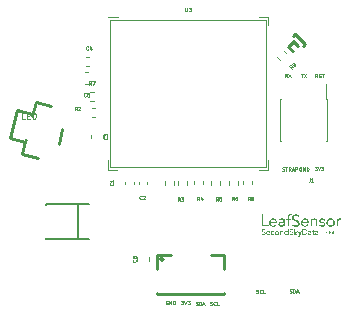
<source format=gbr>
%TF.GenerationSoftware,KiCad,Pcbnew,8.0.3*%
%TF.CreationDate,2025-07-02T10:16:16+03:00*%
%TF.ProjectId,LeafSensorPico,4c656166-5365-46e7-936f-725069636f2e,rev?*%
%TF.SameCoordinates,Original*%
%TF.FileFunction,Legend,Top*%
%TF.FilePolarity,Positive*%
%FSLAX46Y46*%
G04 Gerber Fmt 4.6, Leading zero omitted, Abs format (unit mm)*
G04 Created by KiCad (PCBNEW 8.0.3) date 2025-07-02 10:16:16*
%MOMM*%
%LPD*%
G01*
G04 APERTURE LIST*
%ADD10C,0.075000*%
%ADD11C,0.250000*%
%ADD12C,0.125000*%
%ADD13C,0.062500*%
%ADD14C,0.120000*%
%ADD15C,0.150000*%
G04 APERTURE END LIST*
D10*
X150144284Y-100935500D02*
X150187142Y-100949785D01*
X150187142Y-100949785D02*
X150258570Y-100949785D01*
X150258570Y-100949785D02*
X150287142Y-100935500D01*
X150287142Y-100935500D02*
X150301427Y-100921214D01*
X150301427Y-100921214D02*
X150315713Y-100892642D01*
X150315713Y-100892642D02*
X150315713Y-100864071D01*
X150315713Y-100864071D02*
X150301427Y-100835500D01*
X150301427Y-100835500D02*
X150287142Y-100821214D01*
X150287142Y-100821214D02*
X150258570Y-100806928D01*
X150258570Y-100806928D02*
X150201427Y-100792642D01*
X150201427Y-100792642D02*
X150172856Y-100778357D01*
X150172856Y-100778357D02*
X150158570Y-100764071D01*
X150158570Y-100764071D02*
X150144284Y-100735500D01*
X150144284Y-100735500D02*
X150144284Y-100706928D01*
X150144284Y-100706928D02*
X150158570Y-100678357D01*
X150158570Y-100678357D02*
X150172856Y-100664071D01*
X150172856Y-100664071D02*
X150201427Y-100649785D01*
X150201427Y-100649785D02*
X150272856Y-100649785D01*
X150272856Y-100649785D02*
X150315713Y-100664071D01*
X150615713Y-100921214D02*
X150601427Y-100935500D01*
X150601427Y-100935500D02*
X150558570Y-100949785D01*
X150558570Y-100949785D02*
X150529998Y-100949785D01*
X150529998Y-100949785D02*
X150487141Y-100935500D01*
X150487141Y-100935500D02*
X150458570Y-100906928D01*
X150458570Y-100906928D02*
X150444284Y-100878357D01*
X150444284Y-100878357D02*
X150429998Y-100821214D01*
X150429998Y-100821214D02*
X150429998Y-100778357D01*
X150429998Y-100778357D02*
X150444284Y-100721214D01*
X150444284Y-100721214D02*
X150458570Y-100692642D01*
X150458570Y-100692642D02*
X150487141Y-100664071D01*
X150487141Y-100664071D02*
X150529998Y-100649785D01*
X150529998Y-100649785D02*
X150558570Y-100649785D01*
X150558570Y-100649785D02*
X150601427Y-100664071D01*
X150601427Y-100664071D02*
X150615713Y-100678357D01*
X150887141Y-100949785D02*
X150744284Y-100949785D01*
X150744284Y-100949785D02*
X150744284Y-100649785D01*
X152963684Y-100910100D02*
X153006542Y-100924385D01*
X153006542Y-100924385D02*
X153077970Y-100924385D01*
X153077970Y-100924385D02*
X153106542Y-100910100D01*
X153106542Y-100910100D02*
X153120827Y-100895814D01*
X153120827Y-100895814D02*
X153135113Y-100867242D01*
X153135113Y-100867242D02*
X153135113Y-100838671D01*
X153135113Y-100838671D02*
X153120827Y-100810100D01*
X153120827Y-100810100D02*
X153106542Y-100795814D01*
X153106542Y-100795814D02*
X153077970Y-100781528D01*
X153077970Y-100781528D02*
X153020827Y-100767242D01*
X153020827Y-100767242D02*
X152992256Y-100752957D01*
X152992256Y-100752957D02*
X152977970Y-100738671D01*
X152977970Y-100738671D02*
X152963684Y-100710100D01*
X152963684Y-100710100D02*
X152963684Y-100681528D01*
X152963684Y-100681528D02*
X152977970Y-100652957D01*
X152977970Y-100652957D02*
X152992256Y-100638671D01*
X152992256Y-100638671D02*
X153020827Y-100624385D01*
X153020827Y-100624385D02*
X153092256Y-100624385D01*
X153092256Y-100624385D02*
X153135113Y-100638671D01*
X153263684Y-100924385D02*
X153263684Y-100624385D01*
X153263684Y-100624385D02*
X153335113Y-100624385D01*
X153335113Y-100624385D02*
X153377970Y-100638671D01*
X153377970Y-100638671D02*
X153406541Y-100667242D01*
X153406541Y-100667242D02*
X153420827Y-100695814D01*
X153420827Y-100695814D02*
X153435113Y-100752957D01*
X153435113Y-100752957D02*
X153435113Y-100795814D01*
X153435113Y-100795814D02*
X153420827Y-100852957D01*
X153420827Y-100852957D02*
X153406541Y-100881528D01*
X153406541Y-100881528D02*
X153377970Y-100910100D01*
X153377970Y-100910100D02*
X153335113Y-100924385D01*
X153335113Y-100924385D02*
X153263684Y-100924385D01*
X153549398Y-100838671D02*
X153692256Y-100838671D01*
X153520827Y-100924385D02*
X153620827Y-100624385D01*
X153620827Y-100624385D02*
X153720827Y-100924385D01*
X153925713Y-82361785D02*
X154097142Y-82361785D01*
X154011427Y-82661785D02*
X154011427Y-82361785D01*
X154168570Y-82361785D02*
X154368570Y-82661785D01*
X154368570Y-82361785D02*
X154168570Y-82661785D01*
X155308399Y-82687185D02*
X155208399Y-82544328D01*
X155136970Y-82687185D02*
X155136970Y-82387185D01*
X155136970Y-82387185D02*
X155251256Y-82387185D01*
X155251256Y-82387185D02*
X155279827Y-82401471D01*
X155279827Y-82401471D02*
X155294113Y-82415757D01*
X155294113Y-82415757D02*
X155308399Y-82444328D01*
X155308399Y-82444328D02*
X155308399Y-82487185D01*
X155308399Y-82487185D02*
X155294113Y-82515757D01*
X155294113Y-82515757D02*
X155279827Y-82530042D01*
X155279827Y-82530042D02*
X155251256Y-82544328D01*
X155251256Y-82544328D02*
X155136970Y-82544328D01*
X155422684Y-82672900D02*
X155465542Y-82687185D01*
X155465542Y-82687185D02*
X155536970Y-82687185D01*
X155536970Y-82687185D02*
X155565542Y-82672900D01*
X155565542Y-82672900D02*
X155579827Y-82658614D01*
X155579827Y-82658614D02*
X155594113Y-82630042D01*
X155594113Y-82630042D02*
X155594113Y-82601471D01*
X155594113Y-82601471D02*
X155579827Y-82572900D01*
X155579827Y-82572900D02*
X155565542Y-82558614D01*
X155565542Y-82558614D02*
X155536970Y-82544328D01*
X155536970Y-82544328D02*
X155479827Y-82530042D01*
X155479827Y-82530042D02*
X155451256Y-82515757D01*
X155451256Y-82515757D02*
X155436970Y-82501471D01*
X155436970Y-82501471D02*
X155422684Y-82472900D01*
X155422684Y-82472900D02*
X155422684Y-82444328D01*
X155422684Y-82444328D02*
X155436970Y-82415757D01*
X155436970Y-82415757D02*
X155451256Y-82401471D01*
X155451256Y-82401471D02*
X155479827Y-82387185D01*
X155479827Y-82387185D02*
X155551256Y-82387185D01*
X155551256Y-82387185D02*
X155594113Y-82401471D01*
X155679827Y-82387185D02*
X155851256Y-82387185D01*
X155765541Y-82687185D02*
X155765541Y-82387185D01*
X143779999Y-101614985D02*
X143965713Y-101614985D01*
X143965713Y-101614985D02*
X143865713Y-101729271D01*
X143865713Y-101729271D02*
X143908570Y-101729271D01*
X143908570Y-101729271D02*
X143937142Y-101743557D01*
X143937142Y-101743557D02*
X143951427Y-101757842D01*
X143951427Y-101757842D02*
X143965713Y-101786414D01*
X143965713Y-101786414D02*
X143965713Y-101857842D01*
X143965713Y-101857842D02*
X143951427Y-101886414D01*
X143951427Y-101886414D02*
X143937142Y-101900700D01*
X143937142Y-101900700D02*
X143908570Y-101914985D01*
X143908570Y-101914985D02*
X143822856Y-101914985D01*
X143822856Y-101914985D02*
X143794284Y-101900700D01*
X143794284Y-101900700D02*
X143779999Y-101886414D01*
X144051427Y-101614985D02*
X144151427Y-101914985D01*
X144151427Y-101914985D02*
X144251427Y-101614985D01*
X144322856Y-101614985D02*
X144508570Y-101614985D01*
X144508570Y-101614985D02*
X144408570Y-101729271D01*
X144408570Y-101729271D02*
X144451427Y-101729271D01*
X144451427Y-101729271D02*
X144479999Y-101743557D01*
X144479999Y-101743557D02*
X144494284Y-101757842D01*
X144494284Y-101757842D02*
X144508570Y-101786414D01*
X144508570Y-101786414D02*
X144508570Y-101857842D01*
X144508570Y-101857842D02*
X144494284Y-101886414D01*
X144494284Y-101886414D02*
X144479999Y-101900700D01*
X144479999Y-101900700D02*
X144451427Y-101914985D01*
X144451427Y-101914985D02*
X144365713Y-101914985D01*
X144365713Y-101914985D02*
X144337141Y-101900700D01*
X144337141Y-101900700D02*
X144322856Y-101886414D01*
D11*
G36*
X150721658Y-95199179D02*
G01*
X151185720Y-95199179D01*
X151185720Y-95308600D01*
X150604666Y-95308600D01*
X150604666Y-94292549D01*
X150721658Y-94292549D01*
X150721658Y-95199179D01*
G37*
G36*
X151627051Y-94624102D02*
G01*
X151677976Y-94635196D01*
X151713284Y-94648655D01*
X151759274Y-94674103D01*
X151798815Y-94705597D01*
X151814889Y-94722172D01*
X151845162Y-94762101D01*
X151868904Y-94807269D01*
X151877660Y-94829884D01*
X151890906Y-94877293D01*
X151898039Y-94926833D01*
X151899397Y-94961042D01*
X151899397Y-95011600D01*
X151351560Y-95011600D01*
X151361731Y-95061594D01*
X151373787Y-95092689D01*
X151399280Y-95136120D01*
X151424345Y-95164985D01*
X151464828Y-95196472D01*
X151496396Y-95212856D01*
X151544568Y-95227076D01*
X151584812Y-95230442D01*
X151636103Y-95225290D01*
X151685467Y-95208081D01*
X151709376Y-95193805D01*
X151748616Y-95160854D01*
X151781003Y-95121533D01*
X151793640Y-95101237D01*
X151878392Y-95172556D01*
X151845526Y-95211437D01*
X151807348Y-95247696D01*
X151763432Y-95278694D01*
X151740884Y-95290526D01*
X151694368Y-95308300D01*
X151645801Y-95319491D01*
X151595182Y-95324099D01*
X151584812Y-95324231D01*
X151534810Y-95321114D01*
X151483027Y-95310604D01*
X151446082Y-95297853D01*
X151400596Y-95275001D01*
X151360124Y-95246379D01*
X151335929Y-95224091D01*
X151304055Y-95186184D01*
X151277677Y-95143537D01*
X151263145Y-95112472D01*
X151246921Y-95062567D01*
X151238628Y-95014104D01*
X151236522Y-94972521D01*
X151239581Y-94921963D01*
X151240403Y-94917811D01*
X151353514Y-94917811D01*
X151782405Y-94917811D01*
X151777110Y-94866410D01*
X151759053Y-94816316D01*
X151728183Y-94772975D01*
X151690177Y-94742192D01*
X151643633Y-94722810D01*
X151594442Y-94715114D01*
X151576508Y-94714601D01*
X151525828Y-94720800D01*
X151492244Y-94732186D01*
X151447338Y-94757374D01*
X151420681Y-94779569D01*
X151388732Y-94817678D01*
X151371833Y-94847225D01*
X151355679Y-94894704D01*
X151353514Y-94917811D01*
X151240403Y-94917811D01*
X151249897Y-94869836D01*
X151262412Y-94832814D01*
X151284680Y-94786893D01*
X151312649Y-94745849D01*
X151334463Y-94721195D01*
X151371283Y-94688612D01*
X151412499Y-94661936D01*
X151442419Y-94647434D01*
X151490355Y-94631211D01*
X151541108Y-94622476D01*
X151576508Y-94620812D01*
X151627051Y-94624102D01*
G37*
G36*
X152381438Y-94624948D02*
G01*
X152425008Y-94635466D01*
X152470089Y-94655120D01*
X152504142Y-94679674D01*
X152537811Y-94717988D01*
X152558120Y-94754412D01*
X152573507Y-94803444D01*
X152578556Y-94853460D01*
X152578636Y-94861147D01*
X152578636Y-95153750D01*
X152580109Y-95204590D01*
X152582056Y-95232396D01*
X152587303Y-95281282D01*
X152591093Y-95308600D01*
X152485336Y-95308600D01*
X152478700Y-95259409D01*
X152477764Y-95248516D01*
X152479672Y-95202469D01*
X152455046Y-95238910D01*
X152418867Y-95274579D01*
X152388127Y-95294433D01*
X152341576Y-95312591D01*
X152292749Y-95321874D01*
X152248420Y-95324231D01*
X152198987Y-95320290D01*
X152161714Y-95311775D01*
X152115013Y-95292537D01*
X152086731Y-95273917D01*
X152052344Y-95239126D01*
X152033975Y-95210658D01*
X152017978Y-95164402D01*
X152014191Y-95122975D01*
X152014991Y-95114671D01*
X152131184Y-95114671D01*
X152141213Y-95163671D01*
X152143396Y-95167916D01*
X152177101Y-95204064D01*
X152223085Y-95223931D01*
X152224729Y-95224336D01*
X152274832Y-95230418D01*
X152278218Y-95230442D01*
X152328999Y-95225264D01*
X152362726Y-95214078D01*
X152404800Y-95187335D01*
X152422810Y-95169381D01*
X152449076Y-95127988D01*
X152458469Y-95102947D01*
X152468544Y-95053106D01*
X152470193Y-95021370D01*
X152470193Y-94980337D01*
X152430137Y-94980337D01*
X152379705Y-94981768D01*
X152342942Y-94984001D01*
X152291895Y-94989924D01*
X152243291Y-95000854D01*
X152197151Y-95018796D01*
X152163424Y-95041154D01*
X152135717Y-95082465D01*
X152131184Y-95114671D01*
X152014991Y-95114671D01*
X152019300Y-95069929D01*
X152036524Y-95021672D01*
X152057422Y-94992061D01*
X152095974Y-94957236D01*
X152141378Y-94930555D01*
X152164645Y-94920986D01*
X152213738Y-94906057D01*
X152265029Y-94896073D01*
X152300444Y-94892165D01*
X152352548Y-94888742D01*
X152405040Y-94886817D01*
X152431602Y-94886548D01*
X152470193Y-94886548D01*
X152470193Y-94877511D01*
X152464534Y-94822147D01*
X152443629Y-94772033D01*
X152407319Y-94737510D01*
X152355606Y-94718578D01*
X152309237Y-94714601D01*
X152254374Y-94719699D01*
X152202380Y-94734995D01*
X152153257Y-94760488D01*
X152112628Y-94791159D01*
X152107004Y-94796178D01*
X152040814Y-94720707D01*
X152081575Y-94686758D01*
X152128569Y-94659833D01*
X152181798Y-94639932D01*
X152230917Y-94628714D01*
X152284366Y-94622373D01*
X152330242Y-94620812D01*
X152381438Y-94624948D01*
G37*
G36*
X153096187Y-94730232D02*
G01*
X152940116Y-94730232D01*
X152940116Y-95308600D01*
X152831672Y-95308600D01*
X152831672Y-94730232D01*
X152692454Y-94730232D01*
X152692454Y-94636443D01*
X152831672Y-94636443D01*
X152831672Y-94464252D01*
X152834687Y-94409151D01*
X152845518Y-94355166D01*
X152867118Y-94305891D01*
X152894687Y-94272277D01*
X152937959Y-94241752D01*
X152983552Y-94223945D01*
X153035443Y-94215296D01*
X153060528Y-94214392D01*
X153101316Y-94217078D01*
X153149921Y-94225138D01*
X153129648Y-94319660D01*
X153087639Y-94310867D01*
X153051979Y-94308181D01*
X153002591Y-94316081D01*
X152993849Y-94320149D01*
X152960144Y-94354098D01*
X152945113Y-94400719D01*
X152944268Y-94406366D01*
X152940315Y-94457052D01*
X152940116Y-94472312D01*
X152940116Y-94636443D01*
X153096187Y-94636443D01*
X153096187Y-94730232D01*
G37*
G36*
X153699467Y-94483547D02*
G01*
X153666869Y-94445670D01*
X153623318Y-94413773D01*
X153573049Y-94394028D01*
X153523555Y-94386718D01*
X153508469Y-94386339D01*
X153458771Y-94390862D01*
X153433242Y-94396841D01*
X153386341Y-94416141D01*
X153367541Y-94428348D01*
X153333223Y-94463118D01*
X153321135Y-94482814D01*
X153305843Y-94531566D01*
X153303793Y-94561216D01*
X153310712Y-94612714D01*
X153335564Y-94657945D01*
X153339941Y-94662577D01*
X153378245Y-94693607D01*
X153421549Y-94717824D01*
X153431777Y-94722417D01*
X153478719Y-94741018D01*
X153525413Y-94756686D01*
X153554142Y-94765159D01*
X153602995Y-94781119D01*
X153649168Y-94800788D01*
X153678462Y-94815962D01*
X153722232Y-94845465D01*
X153759875Y-94881983D01*
X153775182Y-94901202D01*
X153799145Y-94946563D01*
X153811395Y-94997678D01*
X153814505Y-95046283D01*
X153810315Y-95096051D01*
X153796318Y-95145703D01*
X153784708Y-95170602D01*
X153757592Y-95212468D01*
X153724268Y-95248369D01*
X153706794Y-95262926D01*
X153665647Y-95290228D01*
X153620792Y-95311806D01*
X153598839Y-95319835D01*
X153550297Y-95332802D01*
X153501513Y-95339158D01*
X153478916Y-95339863D01*
X153427168Y-95337023D01*
X153376889Y-95328502D01*
X153328078Y-95314302D01*
X153301595Y-95303959D01*
X153255977Y-95279472D01*
X153213642Y-95246677D01*
X153178769Y-95210552D01*
X153154317Y-95179151D01*
X153258853Y-95101726D01*
X153288448Y-95144499D01*
X153323745Y-95179029D01*
X153350444Y-95197469D01*
X153395278Y-95217562D01*
X153445882Y-95228381D01*
X153482824Y-95230442D01*
X153533419Y-95225016D01*
X153556341Y-95218962D01*
X153601381Y-95199373D01*
X153622286Y-95185501D01*
X153657507Y-95150658D01*
X153670158Y-95131768D01*
X153687128Y-95083617D01*
X153688964Y-95058983D01*
X153682396Y-95009086D01*
X153668204Y-94977650D01*
X153634960Y-94939433D01*
X153612761Y-94922940D01*
X153567787Y-94899044D01*
X153532649Y-94885571D01*
X153483675Y-94869344D01*
X153438860Y-94854796D01*
X153390744Y-94838066D01*
X153343605Y-94819137D01*
X153299580Y-94796117D01*
X153260318Y-94767602D01*
X153225131Y-94729576D01*
X153200723Y-94688467D01*
X153184594Y-94638664D01*
X153178604Y-94587167D01*
X153178253Y-94569765D01*
X153181601Y-94520940D01*
X153192889Y-94472746D01*
X153206585Y-94440072D01*
X153232668Y-94398010D01*
X153267610Y-94359836D01*
X153281812Y-94347992D01*
X153325135Y-94319796D01*
X153373040Y-94298892D01*
X153387569Y-94294259D01*
X153435878Y-94283031D01*
X153485155Y-94277527D01*
X153508225Y-94276918D01*
X153560432Y-94279565D01*
X153609586Y-94287508D01*
X153660129Y-94302361D01*
X153664540Y-94304029D01*
X153712520Y-94328099D01*
X153755186Y-94359697D01*
X153792811Y-94396049D01*
X153801072Y-94405145D01*
X153699467Y-94483547D01*
G37*
G36*
X154322515Y-94624102D02*
G01*
X154373440Y-94635196D01*
X154408748Y-94648655D01*
X154454738Y-94674103D01*
X154494279Y-94705597D01*
X154510353Y-94722172D01*
X154540626Y-94762101D01*
X154564368Y-94807269D01*
X154573124Y-94829884D01*
X154586370Y-94877293D01*
X154593503Y-94926833D01*
X154594861Y-94961042D01*
X154594861Y-95011600D01*
X154047024Y-95011600D01*
X154057195Y-95061594D01*
X154069251Y-95092689D01*
X154094744Y-95136120D01*
X154119809Y-95164985D01*
X154160292Y-95196472D01*
X154191860Y-95212856D01*
X154240032Y-95227076D01*
X154280276Y-95230442D01*
X154331567Y-95225290D01*
X154380931Y-95208081D01*
X154404840Y-95193805D01*
X154444080Y-95160854D01*
X154476467Y-95121533D01*
X154489104Y-95101237D01*
X154573856Y-95172556D01*
X154540990Y-95211437D01*
X154502812Y-95247696D01*
X154458896Y-95278694D01*
X154436348Y-95290526D01*
X154389832Y-95308300D01*
X154341265Y-95319491D01*
X154290646Y-95324099D01*
X154280276Y-95324231D01*
X154230274Y-95321114D01*
X154178491Y-95310604D01*
X154141546Y-95297853D01*
X154096060Y-95275001D01*
X154055588Y-95246379D01*
X154031393Y-95224091D01*
X153999519Y-95186184D01*
X153973141Y-95143537D01*
X153958609Y-95112472D01*
X153942386Y-95062567D01*
X153934092Y-95014104D01*
X153931986Y-94972521D01*
X153935045Y-94921963D01*
X153935867Y-94917811D01*
X154048978Y-94917811D01*
X154477869Y-94917811D01*
X154472574Y-94866410D01*
X154454517Y-94816316D01*
X154423647Y-94772975D01*
X154385641Y-94742192D01*
X154339097Y-94722810D01*
X154289906Y-94715114D01*
X154271972Y-94714601D01*
X154221292Y-94720800D01*
X154187708Y-94732186D01*
X154142802Y-94757374D01*
X154116145Y-94779569D01*
X154084196Y-94817678D01*
X154067297Y-94847225D01*
X154051143Y-94894704D01*
X154048978Y-94917811D01*
X153935867Y-94917811D01*
X153945361Y-94869836D01*
X153957876Y-94832814D01*
X153980144Y-94786893D01*
X154008114Y-94745849D01*
X154029927Y-94721195D01*
X154066747Y-94688612D01*
X154107963Y-94661936D01*
X154137883Y-94647434D01*
X154185819Y-94631211D01*
X154236572Y-94622476D01*
X154271972Y-94620812D01*
X154322515Y-94624102D01*
G37*
G36*
X154847164Y-94636443D02*
G01*
X154850951Y-94685250D01*
X154851316Y-94697260D01*
X154847464Y-94746075D01*
X154847164Y-94747574D01*
X154844233Y-94745375D01*
X154872301Y-94704607D01*
X154881114Y-94695794D01*
X154921276Y-94664836D01*
X154936068Y-94656227D01*
X154981722Y-94636137D01*
X155000549Y-94630337D01*
X155049099Y-94621565D01*
X155067960Y-94620812D01*
X155121581Y-94624119D01*
X155174964Y-94635999D01*
X155219920Y-94656520D01*
X155260423Y-94689932D01*
X155290766Y-94733196D01*
X155309401Y-94779244D01*
X155320190Y-94832435D01*
X155323193Y-94884838D01*
X155323193Y-95308600D01*
X155214750Y-95308600D01*
X155214750Y-94934419D01*
X155212490Y-94883693D01*
X155204548Y-94834399D01*
X155187074Y-94785328D01*
X155178602Y-94770533D01*
X155142732Y-94736449D01*
X155094464Y-94719025D01*
X155044024Y-94714601D01*
X155006410Y-94719974D01*
X154959928Y-94737666D01*
X154940709Y-94750016D01*
X154904284Y-94785376D01*
X154879160Y-94823777D01*
X154861607Y-94870155D01*
X154853743Y-94919536D01*
X154852049Y-94961286D01*
X154852049Y-95308600D01*
X154743605Y-95308600D01*
X154743605Y-94788851D01*
X154742263Y-94738756D01*
X154741407Y-94721684D01*
X154738452Y-94672074D01*
X154736034Y-94636443D01*
X154847164Y-94636443D01*
G37*
G36*
X155874694Y-94812054D02*
G01*
X155848377Y-94768884D01*
X155817297Y-94738537D01*
X155772599Y-94718551D01*
X155735964Y-94714601D01*
X155689313Y-94719974D01*
X155647304Y-94736583D01*
X155617994Y-94764426D01*
X155607248Y-94805459D01*
X155621447Y-94853043D01*
X155637290Y-94867497D01*
X155681597Y-94888165D01*
X155730590Y-94902424D01*
X155824868Y-94924894D01*
X155874877Y-94941655D01*
X155918291Y-94967759D01*
X155943570Y-94990351D01*
X155972593Y-95030640D01*
X155988221Y-95077866D01*
X155991198Y-95113205D01*
X155986153Y-95162085D01*
X155968239Y-95209437D01*
X155938125Y-95250215D01*
X155908399Y-95275627D01*
X155863311Y-95299996D01*
X155823647Y-95312752D01*
X155772889Y-95321709D01*
X155727415Y-95324231D01*
X155675230Y-95320652D01*
X155625469Y-95309916D01*
X155582335Y-95293945D01*
X155537976Y-95267039D01*
X155500805Y-95232311D01*
X155469921Y-95192694D01*
X155463389Y-95182814D01*
X155556934Y-95117357D01*
X155583988Y-95158445D01*
X155619311Y-95194534D01*
X155629474Y-95202110D01*
X155674598Y-95223359D01*
X155723889Y-95230414D01*
X155727415Y-95230442D01*
X155776353Y-95225226D01*
X155781393Y-95224091D01*
X155827732Y-95205126D01*
X155829020Y-95204308D01*
X155861749Y-95170358D01*
X155874205Y-95122242D01*
X155862151Y-95074694D01*
X155840011Y-95052877D01*
X155793551Y-95030078D01*
X155755015Y-95017951D01*
X155664889Y-94995724D01*
X155618239Y-94981803D01*
X155572890Y-94960425D01*
X155560353Y-94952249D01*
X155523312Y-94917375D01*
X155511016Y-94900225D01*
X155493175Y-94853896D01*
X155490255Y-94820602D01*
X155496253Y-94769950D01*
X155511505Y-94731209D01*
X155542022Y-94690550D01*
X155568657Y-94668683D01*
X155611831Y-94645422D01*
X155649258Y-94632780D01*
X155697506Y-94623441D01*
X155741337Y-94620812D01*
X155793086Y-94624658D01*
X155842087Y-94636199D01*
X155873228Y-94648167D01*
X155915704Y-94675140D01*
X155951172Y-94715028D01*
X155970925Y-94748795D01*
X155874694Y-94812054D01*
G37*
G36*
X156492627Y-94623957D02*
G01*
X156542021Y-94633395D01*
X156584219Y-94647434D01*
X156630919Y-94670172D01*
X156672467Y-94698817D01*
X156697304Y-94721195D01*
X156730070Y-94758988D01*
X156756929Y-94801658D01*
X156771553Y-94832814D01*
X156787777Y-94882571D01*
X156796070Y-94930958D01*
X156798176Y-94972521D01*
X156795030Y-95023109D01*
X156785593Y-95071099D01*
X156771553Y-95112472D01*
X156748633Y-95158279D01*
X156719804Y-95199347D01*
X156697304Y-95224091D01*
X156659190Y-95256561D01*
X156615925Y-95283259D01*
X156584219Y-95297853D01*
X156537659Y-95312871D01*
X156487982Y-95321655D01*
X156440116Y-95324231D01*
X156388272Y-95321114D01*
X156339198Y-95311763D01*
X156296990Y-95297853D01*
X156250404Y-95275001D01*
X156208833Y-95246379D01*
X156183905Y-95224091D01*
X156151287Y-95186184D01*
X156124508Y-95143537D01*
X156109900Y-95112472D01*
X156093677Y-95062567D01*
X156085383Y-95014104D01*
X156083277Y-94972521D01*
X156200269Y-94972521D01*
X156204026Y-95021852D01*
X156216315Y-95071158D01*
X156217366Y-95074126D01*
X156239323Y-95120696D01*
X156264994Y-95155948D01*
X156303668Y-95190131D01*
X156339732Y-95210414D01*
X156386932Y-95225435D01*
X156436617Y-95230422D01*
X156440116Y-95230442D01*
X156489976Y-95226041D01*
X156537481Y-95211646D01*
X156540255Y-95210414D01*
X156583573Y-95185067D01*
X156615727Y-95155948D01*
X156644945Y-95115582D01*
X156664087Y-95074126D01*
X156676909Y-95025034D01*
X156681167Y-94975904D01*
X156681184Y-94972521D01*
X156677427Y-94923245D01*
X156665138Y-94874114D01*
X156664087Y-94871161D01*
X156641923Y-94824469D01*
X156615727Y-94789339D01*
X156578856Y-94756625D01*
X156540255Y-94734629D01*
X156493117Y-94719608D01*
X156443600Y-94714620D01*
X156440116Y-94714601D01*
X156390081Y-94719002D01*
X156342507Y-94733397D01*
X156339732Y-94734629D01*
X156296621Y-94760044D01*
X156264994Y-94789339D01*
X156236347Y-94829583D01*
X156217366Y-94871161D01*
X156204544Y-94920070D01*
X156200286Y-94969139D01*
X156200269Y-94972521D01*
X156083277Y-94972521D01*
X156086423Y-94921963D01*
X156097030Y-94869836D01*
X156109900Y-94832814D01*
X156132786Y-94786893D01*
X156161511Y-94745849D01*
X156183905Y-94721195D01*
X156222133Y-94688612D01*
X156265375Y-94661936D01*
X156296990Y-94647434D01*
X156343545Y-94632277D01*
X156392870Y-94623411D01*
X156440116Y-94620812D01*
X156492627Y-94623957D01*
G37*
G36*
X156956445Y-94849179D02*
G01*
X156955750Y-94800003D01*
X156954247Y-94761007D01*
X156952469Y-94711254D01*
X156951124Y-94660479D01*
X156950583Y-94636443D01*
X157057806Y-94636443D01*
X157052921Y-94764426D01*
X157049990Y-94763205D01*
X157070159Y-94718032D01*
X157074659Y-94711670D01*
X157109196Y-94674879D01*
X157120576Y-94665752D01*
X157163965Y-94640775D01*
X157183347Y-94633268D01*
X157231547Y-94622563D01*
X157263947Y-94620812D01*
X157313387Y-94625010D01*
X157341860Y-94631558D01*
X157320367Y-94740246D01*
X157271352Y-94730477D01*
X157261016Y-94730232D01*
X157210534Y-94735747D01*
X157173089Y-94749772D01*
X157132273Y-94778184D01*
X157112272Y-94799353D01*
X157085900Y-94841207D01*
X157076369Y-94864810D01*
X157065797Y-94913629D01*
X157064889Y-94931977D01*
X157064889Y-95308600D01*
X156956445Y-95308600D01*
X156956445Y-94849179D01*
G37*
D12*
G36*
X150877480Y-95616073D02*
G01*
X150861181Y-95597135D01*
X150839405Y-95581186D01*
X150814271Y-95571314D01*
X150789524Y-95567659D01*
X150781981Y-95567469D01*
X150757132Y-95569731D01*
X150744368Y-95572720D01*
X150720917Y-95582370D01*
X150711517Y-95588474D01*
X150694358Y-95605859D01*
X150688314Y-95615707D01*
X150680668Y-95640083D01*
X150679643Y-95654908D01*
X150683103Y-95680657D01*
X150695529Y-95703272D01*
X150697717Y-95705588D01*
X150716869Y-95721103D01*
X150738521Y-95733212D01*
X150743635Y-95735508D01*
X150767106Y-95744809D01*
X150790453Y-95752643D01*
X150804818Y-95756879D01*
X150829244Y-95764859D01*
X150852331Y-95774694D01*
X150866978Y-95782281D01*
X150888863Y-95797032D01*
X150907684Y-95815291D01*
X150915338Y-95824901D01*
X150927319Y-95847581D01*
X150933444Y-95873139D01*
X150934999Y-95897441D01*
X150932904Y-95922325D01*
X150925906Y-95947151D01*
X150920100Y-95959601D01*
X150906542Y-95980534D01*
X150889881Y-95998484D01*
X150881144Y-96005763D01*
X150860570Y-96019414D01*
X150838143Y-96030203D01*
X150827166Y-96034217D01*
X150802895Y-96040701D01*
X150778503Y-96043879D01*
X150767204Y-96044231D01*
X150741331Y-96042811D01*
X150716191Y-96038551D01*
X150691786Y-96031451D01*
X150678544Y-96026279D01*
X150655735Y-96014036D01*
X150634568Y-95997638D01*
X150617131Y-95979576D01*
X150604905Y-95963875D01*
X150657173Y-95925163D01*
X150671971Y-95946549D01*
X150689619Y-95963814D01*
X150702969Y-95973034D01*
X150725385Y-95983081D01*
X150750687Y-95988490D01*
X150769158Y-95989521D01*
X150794456Y-95986808D01*
X150805917Y-95983781D01*
X150828437Y-95973986D01*
X150838890Y-95967050D01*
X150856500Y-95949629D01*
X150862825Y-95940184D01*
X150871311Y-95916108D01*
X150872229Y-95903791D01*
X150868944Y-95878843D01*
X150861848Y-95863125D01*
X150845226Y-95844016D01*
X150834127Y-95835770D01*
X150811640Y-95823822D01*
X150794071Y-95817085D01*
X150769584Y-95808972D01*
X150747176Y-95801698D01*
X150723119Y-95793333D01*
X150699549Y-95783868D01*
X150677537Y-95772358D01*
X150657906Y-95758101D01*
X150640312Y-95739088D01*
X150628108Y-95718533D01*
X150620044Y-95693632D01*
X150617048Y-95667883D01*
X150616873Y-95659182D01*
X150618547Y-95634770D01*
X150624191Y-95610673D01*
X150631039Y-95594336D01*
X150644081Y-95573305D01*
X150661552Y-95554218D01*
X150668652Y-95548296D01*
X150690314Y-95534198D01*
X150714267Y-95523746D01*
X150721531Y-95521429D01*
X150745686Y-95515815D01*
X150770324Y-95513063D01*
X150781859Y-95512759D01*
X150807962Y-95514082D01*
X150832539Y-95518054D01*
X150857811Y-95525480D01*
X150860017Y-95526314D01*
X150884006Y-95538349D01*
X150905340Y-95554148D01*
X150924152Y-95572324D01*
X150928283Y-95576872D01*
X150877480Y-95616073D01*
G37*
G36*
X151189004Y-95686351D02*
G01*
X151214466Y-95691898D01*
X151232121Y-95698627D01*
X151255116Y-95711351D01*
X151274886Y-95727098D01*
X151282923Y-95735386D01*
X151298059Y-95755350D01*
X151309931Y-95777934D01*
X151314308Y-95789242D01*
X151320932Y-95812946D01*
X151324498Y-95837716D01*
X151325177Y-95854821D01*
X151325177Y-95880100D01*
X151051259Y-95880100D01*
X151056344Y-95905097D01*
X151062372Y-95920644D01*
X151075119Y-95942360D01*
X151087651Y-95956792D01*
X151107893Y-95972536D01*
X151123677Y-95980728D01*
X151147762Y-95987838D01*
X151167885Y-95989521D01*
X151193530Y-95986945D01*
X151218212Y-95978340D01*
X151230167Y-95971202D01*
X151249787Y-95954727D01*
X151265980Y-95935066D01*
X151272299Y-95924918D01*
X151314675Y-95960578D01*
X151298242Y-95980018D01*
X151279153Y-95998148D01*
X151257195Y-96013647D01*
X151245920Y-96019563D01*
X151222662Y-96028450D01*
X151198379Y-96034045D01*
X151173070Y-96036349D01*
X151167885Y-96036415D01*
X151142884Y-96034857D01*
X151116992Y-96029602D01*
X151098520Y-96023226D01*
X151075777Y-96011800D01*
X151055541Y-95997489D01*
X151043443Y-95986345D01*
X151027506Y-95967392D01*
X151014317Y-95946068D01*
X151007051Y-95930536D01*
X150998939Y-95905583D01*
X150994793Y-95881352D01*
X150993740Y-95860560D01*
X150995269Y-95835281D01*
X150995680Y-95833205D01*
X151052236Y-95833205D01*
X151266681Y-95833205D01*
X151264033Y-95807505D01*
X151255005Y-95782458D01*
X151239570Y-95760787D01*
X151220567Y-95745396D01*
X151197295Y-95735705D01*
X151172700Y-95731857D01*
X151163733Y-95731600D01*
X151138393Y-95734700D01*
X151121601Y-95740393D01*
X151099148Y-95752987D01*
X151085819Y-95764084D01*
X151069844Y-95783139D01*
X151061395Y-95797912D01*
X151053318Y-95821652D01*
X151052236Y-95833205D01*
X150995680Y-95833205D01*
X151000427Y-95809218D01*
X151006684Y-95790707D01*
X151017819Y-95767746D01*
X151031803Y-95747224D01*
X151042710Y-95734897D01*
X151061120Y-95718606D01*
X151081728Y-95705268D01*
X151096688Y-95698017D01*
X151120656Y-95689905D01*
X151146033Y-95685538D01*
X151163733Y-95684706D01*
X151189004Y-95686351D01*
G37*
G36*
X151642204Y-95780327D02*
G01*
X151626787Y-95760116D01*
X151607888Y-95744667D01*
X151584435Y-95734471D01*
X151560994Y-95731600D01*
X151535976Y-95733221D01*
X151512189Y-95740037D01*
X151510802Y-95740637D01*
X151489143Y-95753025D01*
X151473066Y-95767504D01*
X151458560Y-95787695D01*
X151449253Y-95808659D01*
X151443116Y-95833602D01*
X151441078Y-95858816D01*
X151441070Y-95860560D01*
X151442868Y-95885893D01*
X151448749Y-95910962D01*
X151449253Y-95912462D01*
X151460048Y-95935998D01*
X151473066Y-95953617D01*
X151491501Y-95969775D01*
X151510802Y-95980484D01*
X151534402Y-95987567D01*
X151559244Y-95989549D01*
X151560994Y-95989521D01*
X151585906Y-95986254D01*
X151607888Y-95976454D01*
X151627852Y-95959882D01*
X151642204Y-95940794D01*
X151686901Y-95974866D01*
X151669117Y-95993444D01*
X151648673Y-96009720D01*
X151627306Y-96021639D01*
X151603114Y-96030300D01*
X151578167Y-96035217D01*
X151561116Y-96036415D01*
X151536245Y-96035514D01*
X151510679Y-96031381D01*
X151486988Y-96023959D01*
X151463524Y-96012533D01*
X151442772Y-95998222D01*
X151430446Y-95987078D01*
X151414440Y-95968073D01*
X151401595Y-95946595D01*
X151394786Y-95930902D01*
X151387345Y-95905726D01*
X151383540Y-95881381D01*
X151382574Y-95860560D01*
X151384017Y-95835238D01*
X151388346Y-95811156D01*
X151394786Y-95790341D01*
X151405525Y-95767157D01*
X151419424Y-95746514D01*
X151430446Y-95734165D01*
X151449388Y-95717873D01*
X151471044Y-95704535D01*
X151486988Y-95697284D01*
X151510679Y-95689792D01*
X151536245Y-95685619D01*
X151561116Y-95684706D01*
X151586567Y-95687144D01*
X151611262Y-95693361D01*
X151627306Y-95699604D01*
X151648673Y-95711453D01*
X151669117Y-95727688D01*
X151686901Y-95746255D01*
X151642204Y-95780327D01*
G37*
G36*
X151924304Y-95686278D02*
G01*
X151949001Y-95690997D01*
X151970100Y-95698017D01*
X151993450Y-95709386D01*
X152014224Y-95723708D01*
X152026643Y-95734897D01*
X152043026Y-95753794D01*
X152056456Y-95775129D01*
X152063768Y-95790707D01*
X152071879Y-95815585D01*
X152076026Y-95839779D01*
X152077079Y-95860560D01*
X152075506Y-95885854D01*
X152070787Y-95909849D01*
X152063768Y-95930536D01*
X152052307Y-95953439D01*
X152037893Y-95973973D01*
X152026643Y-95986345D01*
X152007586Y-96002580D01*
X151985953Y-96015929D01*
X151970100Y-96023226D01*
X151946820Y-96030735D01*
X151921982Y-96035127D01*
X151898049Y-96036415D01*
X151872127Y-96034857D01*
X151847590Y-96030181D01*
X151826486Y-96023226D01*
X151803193Y-96011800D01*
X151782407Y-95997489D01*
X151769943Y-95986345D01*
X151753634Y-95967392D01*
X151740245Y-95946068D01*
X151732941Y-95930536D01*
X151724829Y-95905583D01*
X151720682Y-95881352D01*
X151719629Y-95860560D01*
X151778126Y-95860560D01*
X151780004Y-95885226D01*
X151786148Y-95909879D01*
X151786674Y-95911363D01*
X151797652Y-95934648D01*
X151810488Y-95952274D01*
X151829825Y-95969365D01*
X151847857Y-95979507D01*
X151871457Y-95987017D01*
X151896299Y-95989511D01*
X151898049Y-95989521D01*
X151922979Y-95987320D01*
X151946731Y-95980123D01*
X151948119Y-95979507D01*
X151969777Y-95966833D01*
X151985854Y-95952274D01*
X152000464Y-95932091D01*
X152010034Y-95911363D01*
X152016445Y-95886817D01*
X152018574Y-95862252D01*
X152018583Y-95860560D01*
X152016704Y-95835922D01*
X152010560Y-95811357D01*
X152010034Y-95809880D01*
X151998952Y-95786534D01*
X151985854Y-95768969D01*
X151967419Y-95752612D01*
X151948119Y-95741614D01*
X151924549Y-95734104D01*
X151899791Y-95731610D01*
X151898049Y-95731600D01*
X151873031Y-95733801D01*
X151849244Y-95740998D01*
X151847857Y-95741614D01*
X151826301Y-95754322D01*
X151810488Y-95768969D01*
X151796164Y-95789091D01*
X151786674Y-95809880D01*
X151780263Y-95834335D01*
X151778134Y-95858869D01*
X151778126Y-95860560D01*
X151719629Y-95860560D01*
X151721202Y-95835281D01*
X151726506Y-95809218D01*
X151732941Y-95790707D01*
X151744384Y-95767746D01*
X151758746Y-95747224D01*
X151769943Y-95734897D01*
X151789057Y-95718606D01*
X151810679Y-95705268D01*
X151826486Y-95698017D01*
X151849763Y-95690438D01*
X151874426Y-95686005D01*
X151898049Y-95684706D01*
X151924304Y-95686278D01*
G37*
G36*
X152203108Y-95692521D02*
G01*
X152205001Y-95716925D01*
X152205184Y-95722930D01*
X152203258Y-95747337D01*
X152203108Y-95748087D01*
X152201643Y-95746987D01*
X152215677Y-95726603D01*
X152220083Y-95722197D01*
X152240164Y-95706718D01*
X152247560Y-95702413D01*
X152270387Y-95692368D01*
X152279800Y-95689468D01*
X152304076Y-95685082D01*
X152313506Y-95684706D01*
X152340317Y-95686359D01*
X152367008Y-95692299D01*
X152389486Y-95702560D01*
X152409738Y-95719266D01*
X152424909Y-95740898D01*
X152434227Y-95763922D01*
X152439621Y-95790517D01*
X152441123Y-95816719D01*
X152441123Y-96028600D01*
X152386901Y-96028600D01*
X152386901Y-95841509D01*
X152385771Y-95816146D01*
X152381800Y-95791499D01*
X152373063Y-95766964D01*
X152368827Y-95759566D01*
X152350892Y-95742524D01*
X152326758Y-95733812D01*
X152301538Y-95731600D01*
X152282731Y-95734287D01*
X152259490Y-95743133D01*
X152249881Y-95749308D01*
X152231668Y-95766988D01*
X152219106Y-95786188D01*
X152210329Y-95809377D01*
X152206398Y-95834068D01*
X152205551Y-95854943D01*
X152205551Y-96028600D01*
X152151329Y-96028600D01*
X152151329Y-95768725D01*
X152150658Y-95743678D01*
X152150230Y-95735142D01*
X152148752Y-95710337D01*
X152147543Y-95692521D01*
X152203108Y-95692521D01*
G37*
G36*
X152876486Y-96028600D02*
G01*
X152822142Y-96028600D01*
X152824438Y-95974503D01*
X152810597Y-95992382D01*
X152800404Y-96001366D01*
X152779987Y-96014962D01*
X152767187Y-96021516D01*
X152744006Y-96029934D01*
X152731527Y-96032874D01*
X152707148Y-96036069D01*
X152696601Y-96036415D01*
X152670276Y-96034857D01*
X152645538Y-96030181D01*
X152624427Y-96023226D01*
X152601134Y-96011800D01*
X152580349Y-95997489D01*
X152567885Y-95986345D01*
X152551576Y-95967392D01*
X152538186Y-95946068D01*
X152530882Y-95930536D01*
X152522770Y-95905583D01*
X152518624Y-95881352D01*
X152517571Y-95860560D01*
X152576067Y-95860560D01*
X152577945Y-95885226D01*
X152584089Y-95909879D01*
X152584615Y-95911363D01*
X152595697Y-95934648D01*
X152608795Y-95952274D01*
X152627231Y-95968535D01*
X152646531Y-95979507D01*
X152670131Y-95987017D01*
X152694973Y-95989511D01*
X152696723Y-95989521D01*
X152721449Y-95987320D01*
X152746049Y-95980123D01*
X152747525Y-95979507D01*
X152769538Y-95967600D01*
X152788192Y-95952151D01*
X152804220Y-95931969D01*
X152814814Y-95911241D01*
X152821958Y-95886786D01*
X152824330Y-95862251D01*
X152824340Y-95860560D01*
X152822247Y-95835922D01*
X152815400Y-95811357D01*
X152814814Y-95809880D01*
X152803396Y-95787898D01*
X152788192Y-95769091D01*
X152768260Y-95752734D01*
X152747525Y-95741736D01*
X152723040Y-95734134D01*
X152698421Y-95731610D01*
X152696723Y-95731600D01*
X152671705Y-95733801D01*
X152647918Y-95740998D01*
X152646531Y-95741614D01*
X152624872Y-95754322D01*
X152608795Y-95768969D01*
X152594186Y-95789091D01*
X152584615Y-95809880D01*
X152578204Y-95834335D01*
X152576075Y-95858869D01*
X152576067Y-95860560D01*
X152517571Y-95860560D01*
X152519144Y-95835281D01*
X152524447Y-95809218D01*
X152530882Y-95790707D01*
X152542325Y-95767746D01*
X152556688Y-95747224D01*
X152567885Y-95734897D01*
X152586999Y-95718606D01*
X152608620Y-95705268D01*
X152624427Y-95698017D01*
X152647722Y-95690438D01*
X152672603Y-95686005D01*
X152696601Y-95684706D01*
X152721359Y-95686535D01*
X152731527Y-95688247D01*
X152755149Y-95694789D01*
X152767187Y-95699727D01*
X152789316Y-95711931D01*
X152800404Y-95719877D01*
X152818611Y-95737798D01*
X152824550Y-95746501D01*
X152822142Y-95489311D01*
X152876486Y-95489311D01*
X152876486Y-96028600D01*
G37*
G36*
X153223188Y-95616073D02*
G01*
X153206889Y-95597135D01*
X153185114Y-95581186D01*
X153159980Y-95571314D01*
X153135232Y-95567659D01*
X153127689Y-95567469D01*
X153102840Y-95569731D01*
X153090076Y-95572720D01*
X153066625Y-95582370D01*
X153057225Y-95588474D01*
X153040066Y-95605859D01*
X153034022Y-95615707D01*
X153026376Y-95640083D01*
X153025352Y-95654908D01*
X153028811Y-95680657D01*
X153041237Y-95703272D01*
X153043426Y-95705588D01*
X153062577Y-95721103D01*
X153084229Y-95733212D01*
X153089343Y-95735508D01*
X153112814Y-95744809D01*
X153136161Y-95752643D01*
X153150526Y-95756879D01*
X153174952Y-95764859D01*
X153198039Y-95774694D01*
X153212686Y-95782281D01*
X153234571Y-95797032D01*
X153253392Y-95815291D01*
X153261046Y-95824901D01*
X153273027Y-95847581D01*
X153279152Y-95873139D01*
X153280708Y-95897441D01*
X153278612Y-95922325D01*
X153271614Y-95947151D01*
X153265809Y-95959601D01*
X153252251Y-95980534D01*
X153235589Y-95998484D01*
X153226852Y-96005763D01*
X153206279Y-96019414D01*
X153183851Y-96030203D01*
X153172874Y-96034217D01*
X153148603Y-96040701D01*
X153124211Y-96043879D01*
X153112913Y-96044231D01*
X153087039Y-96042811D01*
X153061899Y-96038551D01*
X153037494Y-96031451D01*
X153024253Y-96026279D01*
X153001443Y-96014036D01*
X152980276Y-95997638D01*
X152962839Y-95979576D01*
X152950613Y-95963875D01*
X153002881Y-95925163D01*
X153017679Y-95946549D01*
X153035327Y-95963814D01*
X153048677Y-95973034D01*
X153071094Y-95983081D01*
X153096396Y-95988490D01*
X153114867Y-95989521D01*
X153140164Y-95986808D01*
X153151625Y-95983781D01*
X153174145Y-95973986D01*
X153184598Y-95967050D01*
X153202208Y-95949629D01*
X153208534Y-95940184D01*
X153217019Y-95916108D01*
X153217937Y-95903791D01*
X153214653Y-95878843D01*
X153207557Y-95863125D01*
X153190935Y-95844016D01*
X153179835Y-95835770D01*
X153157348Y-95823822D01*
X153139779Y-95817085D01*
X153115292Y-95808972D01*
X153092885Y-95801698D01*
X153068827Y-95793333D01*
X153045257Y-95783868D01*
X153023245Y-95772358D01*
X153003614Y-95758101D01*
X152986020Y-95739088D01*
X152973816Y-95718533D01*
X152965752Y-95693632D01*
X152962757Y-95667883D01*
X152962581Y-95659182D01*
X152964255Y-95634770D01*
X152969899Y-95610673D01*
X152976747Y-95594336D01*
X152989789Y-95573305D01*
X153007260Y-95554218D01*
X153014361Y-95548296D01*
X153036022Y-95534198D01*
X153059975Y-95523746D01*
X153067239Y-95521429D01*
X153091394Y-95515815D01*
X153116033Y-95513063D01*
X153127567Y-95512759D01*
X153153671Y-95514082D01*
X153178248Y-95518054D01*
X153203519Y-95525480D01*
X153205725Y-95526314D01*
X153229715Y-95538349D01*
X153251048Y-95554148D01*
X153269860Y-95572324D01*
X153273991Y-95576872D01*
X153223188Y-95616073D01*
G37*
G36*
X153410645Y-95835281D02*
G01*
X153560610Y-95692521D01*
X153641821Y-95692521D01*
X153473537Y-95846639D01*
X153658918Y-96028600D01*
X153576119Y-96028600D01*
X153410645Y-95861660D01*
X153410645Y-96028600D01*
X153356423Y-96028600D01*
X153356423Y-95489311D01*
X153410645Y-95489311D01*
X153410645Y-95835281D01*
G37*
G36*
X153819751Y-95958624D02*
G01*
X153917693Y-95692521D01*
X153982295Y-95692521D01*
X153815721Y-96114695D01*
X153805422Y-96137528D01*
X153792165Y-96159146D01*
X153776887Y-96177099D01*
X153756182Y-96191387D01*
X153732042Y-96198692D01*
X153708621Y-96200546D01*
X153686761Y-96199814D01*
X153662357Y-96195192D01*
X153661482Y-96194929D01*
X153667466Y-96143638D01*
X153691318Y-96152244D01*
X153705812Y-96153652D01*
X153730589Y-96147880D01*
X153741838Y-96138875D01*
X153755847Y-96118254D01*
X153765407Y-96096499D01*
X153788855Y-96033729D01*
X153652201Y-95692521D01*
X153719001Y-95692521D01*
X153819751Y-95958624D01*
G37*
G36*
X154236039Y-95521830D02*
G01*
X154262573Y-95525598D01*
X154289165Y-95531877D01*
X154303963Y-95536450D01*
X154327135Y-95545334D01*
X154349148Y-95556234D01*
X154370000Y-95569148D01*
X154389692Y-95584078D01*
X154407942Y-95601014D01*
X154424344Y-95619951D01*
X154438899Y-95640887D01*
X154451608Y-95663823D01*
X154461919Y-95688652D01*
X154469285Y-95715389D01*
X154473313Y-95740349D01*
X154475085Y-95766770D01*
X154475177Y-95774587D01*
X154474049Y-95801741D01*
X154470666Y-95827317D01*
X154465027Y-95851316D01*
X154455820Y-95876810D01*
X154451608Y-95885840D01*
X154438899Y-95908562D01*
X154424344Y-95929345D01*
X154407942Y-95948190D01*
X154389692Y-95965096D01*
X154370000Y-95980033D01*
X154349148Y-95992971D01*
X154327135Y-96003908D01*
X154303963Y-96012846D01*
X154280294Y-96019738D01*
X154253722Y-96025138D01*
X154227207Y-96028046D01*
X154209563Y-96028600D01*
X154040303Y-96028600D01*
X154040303Y-95973889D01*
X154098799Y-95973889D01*
X154193321Y-95973889D01*
X154220516Y-95972828D01*
X154245803Y-95969645D01*
X154271969Y-95963528D01*
X154290652Y-95956914D01*
X154315002Y-95945232D01*
X154336609Y-95931402D01*
X154355474Y-95915426D01*
X154358918Y-95911974D01*
X154375966Y-95891838D01*
X154389667Y-95869884D01*
X154399218Y-95848348D01*
X154406727Y-95823544D01*
X154411119Y-95798162D01*
X154412407Y-95774587D01*
X154410848Y-95748681D01*
X154406173Y-95723351D01*
X154399218Y-95700826D01*
X154388560Y-95677219D01*
X154374555Y-95655430D01*
X154358918Y-95637200D01*
X154340602Y-95620795D01*
X154319543Y-95606536D01*
X154295741Y-95594424D01*
X154290652Y-95592260D01*
X154266363Y-95584054D01*
X154239660Y-95578534D01*
X154213896Y-95575882D01*
X154193321Y-95575285D01*
X154098799Y-95575285D01*
X154098799Y-95973889D01*
X154040303Y-95973889D01*
X154040303Y-95520574D01*
X154209563Y-95520574D01*
X154236039Y-95521830D01*
G37*
G36*
X154715465Y-95686774D02*
G01*
X154737250Y-95692033D01*
X154759790Y-95701860D01*
X154776817Y-95714137D01*
X154793651Y-95733294D01*
X154803806Y-95751506D01*
X154811500Y-95776022D01*
X154814024Y-95801030D01*
X154814064Y-95804873D01*
X154814064Y-95951175D01*
X154814800Y-95976595D01*
X154815774Y-95990498D01*
X154818398Y-96014941D01*
X154820292Y-96028600D01*
X154767414Y-96028600D01*
X154764096Y-96004004D01*
X154763628Y-95998558D01*
X154764582Y-95975534D01*
X154752269Y-95993755D01*
X154734180Y-96011589D01*
X154718809Y-96021516D01*
X154695534Y-96030595D01*
X154671120Y-96035237D01*
X154648956Y-96036415D01*
X154624239Y-96034445D01*
X154605603Y-96030187D01*
X154582252Y-96020568D01*
X154568112Y-96011258D01*
X154550918Y-95993863D01*
X154541733Y-95979629D01*
X154533735Y-95956501D01*
X154531842Y-95935787D01*
X154532242Y-95931635D01*
X154590338Y-95931635D01*
X154595353Y-95956135D01*
X154596444Y-95958258D01*
X154613296Y-95976332D01*
X154636288Y-95986265D01*
X154637110Y-95986468D01*
X154662162Y-95989509D01*
X154663855Y-95989521D01*
X154689246Y-95986932D01*
X154706109Y-95981339D01*
X154727146Y-95967967D01*
X154736151Y-95958990D01*
X154749284Y-95938294D01*
X154753980Y-95925773D01*
X154759018Y-95900853D01*
X154759842Y-95884985D01*
X154759842Y-95864468D01*
X154739814Y-95864468D01*
X154714598Y-95865184D01*
X154696217Y-95866300D01*
X154670694Y-95869262D01*
X154646391Y-95874727D01*
X154623322Y-95883698D01*
X154606458Y-95894877D01*
X154592605Y-95915532D01*
X154590338Y-95931635D01*
X154532242Y-95931635D01*
X154534396Y-95909264D01*
X154543008Y-95885136D01*
X154553457Y-95870330D01*
X154572733Y-95852918D01*
X154595435Y-95839577D01*
X154607068Y-95834793D01*
X154631615Y-95827328D01*
X154657260Y-95822336D01*
X154674968Y-95820382D01*
X154701020Y-95818671D01*
X154727266Y-95817708D01*
X154740547Y-95817574D01*
X154759842Y-95817574D01*
X154759842Y-95813055D01*
X154757013Y-95785373D01*
X154746560Y-95760316D01*
X154728405Y-95743055D01*
X154702549Y-95733589D01*
X154679364Y-95731600D01*
X154651933Y-95734149D01*
X154625936Y-95741797D01*
X154601374Y-95754544D01*
X154581060Y-95769879D01*
X154578248Y-95772389D01*
X154545153Y-95734653D01*
X154565533Y-95717679D01*
X154589031Y-95704216D01*
X154615645Y-95694266D01*
X154640205Y-95688657D01*
X154666929Y-95685486D01*
X154689867Y-95684706D01*
X154715465Y-95686774D01*
G37*
G36*
X155089814Y-95739416D02*
G01*
X154994804Y-95739416D01*
X154994804Y-95933223D01*
X154996981Y-95957998D01*
X154998101Y-95962410D01*
X155007016Y-95979262D01*
X155020571Y-95987322D01*
X155038768Y-95989521D01*
X155062337Y-95986101D01*
X155085379Y-95976853D01*
X155090181Y-95974378D01*
X155092745Y-96023959D01*
X155067660Y-96032024D01*
X155042072Y-96035819D01*
X155026067Y-96036415D01*
X155000889Y-96033517D01*
X154997124Y-96032630D01*
X154974247Y-96022242D01*
X154969403Y-96018586D01*
X154953592Y-95999766D01*
X154948642Y-95990375D01*
X154941912Y-95965457D01*
X154940582Y-95944091D01*
X154940582Y-95739416D01*
X154870973Y-95739416D01*
X154870973Y-95692521D01*
X154940582Y-95692521D01*
X154940582Y-95598732D01*
X154994804Y-95598732D01*
X154994804Y-95692521D01*
X155089814Y-95692521D01*
X155089814Y-95739416D01*
G37*
G36*
X155310440Y-95686774D02*
G01*
X155332225Y-95692033D01*
X155354766Y-95701860D01*
X155371793Y-95714137D01*
X155388627Y-95733294D01*
X155398781Y-95751506D01*
X155406475Y-95776022D01*
X155409000Y-95801030D01*
X155409040Y-95804873D01*
X155409040Y-95951175D01*
X155409776Y-95976595D01*
X155410749Y-95990498D01*
X155413373Y-96014941D01*
X155415268Y-96028600D01*
X155362389Y-96028600D01*
X155359072Y-96004004D01*
X155358604Y-95998558D01*
X155359557Y-95975534D01*
X155347244Y-95993755D01*
X155329155Y-96011589D01*
X155313785Y-96021516D01*
X155290509Y-96030595D01*
X155266096Y-96035237D01*
X155243932Y-96036415D01*
X155219215Y-96034445D01*
X155200578Y-96030187D01*
X155177228Y-96020568D01*
X155163087Y-96011258D01*
X155145893Y-95993863D01*
X155136709Y-95979629D01*
X155128710Y-95956501D01*
X155126817Y-95935787D01*
X155127217Y-95931635D01*
X155185313Y-95931635D01*
X155190328Y-95956135D01*
X155191419Y-95958258D01*
X155208272Y-95976332D01*
X155231264Y-95986265D01*
X155232086Y-95986468D01*
X155257137Y-95989509D01*
X155258830Y-95989521D01*
X155284221Y-95986932D01*
X155301084Y-95981339D01*
X155322122Y-95967967D01*
X155331126Y-95958990D01*
X155344260Y-95938294D01*
X155348956Y-95925773D01*
X155353993Y-95900853D01*
X155354818Y-95884985D01*
X155354818Y-95864468D01*
X155334790Y-95864468D01*
X155309574Y-95865184D01*
X155291193Y-95866300D01*
X155265669Y-95869262D01*
X155241367Y-95874727D01*
X155218297Y-95883698D01*
X155201433Y-95894877D01*
X155187580Y-95915532D01*
X155185313Y-95931635D01*
X155127217Y-95931635D01*
X155129371Y-95909264D01*
X155137984Y-95885136D01*
X155148433Y-95870330D01*
X155167708Y-95852918D01*
X155190410Y-95839577D01*
X155202044Y-95834793D01*
X155226590Y-95827328D01*
X155252236Y-95822336D01*
X155269943Y-95820382D01*
X155295995Y-95818671D01*
X155322242Y-95817708D01*
X155335523Y-95817574D01*
X155354818Y-95817574D01*
X155354818Y-95813055D01*
X155351988Y-95785373D01*
X155341536Y-95760316D01*
X155323381Y-95743055D01*
X155297524Y-95733589D01*
X155274340Y-95731600D01*
X155246908Y-95734149D01*
X155220912Y-95741797D01*
X155196350Y-95754544D01*
X155176036Y-95769879D01*
X155173223Y-95772389D01*
X155140128Y-95734653D01*
X155160509Y-95717679D01*
X155184006Y-95704216D01*
X155210621Y-95694266D01*
X155235180Y-95688657D01*
X155261904Y-95685486D01*
X155284842Y-95684706D01*
X155310440Y-95686774D01*
G37*
D10*
X152768399Y-82661785D02*
X152668399Y-82518928D01*
X152596970Y-82661785D02*
X152596970Y-82361785D01*
X152596970Y-82361785D02*
X152711256Y-82361785D01*
X152711256Y-82361785D02*
X152739827Y-82376071D01*
X152739827Y-82376071D02*
X152754113Y-82390357D01*
X152754113Y-82390357D02*
X152768399Y-82418928D01*
X152768399Y-82418928D02*
X152768399Y-82461785D01*
X152768399Y-82461785D02*
X152754113Y-82490357D01*
X152754113Y-82490357D02*
X152739827Y-82504642D01*
X152739827Y-82504642D02*
X152711256Y-82518928D01*
X152711256Y-82518928D02*
X152596970Y-82518928D01*
X152868399Y-82361785D02*
X153068399Y-82661785D01*
X153068399Y-82361785D02*
X152868399Y-82661785D01*
D13*
G36*
X156141132Y-95928345D02*
G01*
X156140399Y-95928345D01*
X156221305Y-95715487D01*
X156252995Y-95715487D01*
X156154382Y-95969500D01*
X156126355Y-95969500D01*
X156030307Y-95715487D01*
X156062608Y-95715487D01*
X156141132Y-95928345D01*
G37*
G36*
X156358714Y-95712373D02*
G01*
X156371820Y-95715164D01*
X156383285Y-95719963D01*
X156390015Y-95724280D01*
X156399873Y-95732841D01*
X156408229Y-95742727D01*
X156415081Y-95753936D01*
X156416271Y-95756337D01*
X156421508Y-95768786D01*
X156425191Y-95780592D01*
X156427899Y-95792968D01*
X156428789Y-95798652D01*
X156430353Y-95811402D01*
X156431406Y-95823823D01*
X156431974Y-95837240D01*
X156432025Y-95842493D01*
X156431709Y-95855748D01*
X156430884Y-95868023D01*
X156429547Y-95880628D01*
X156428789Y-95886335D01*
X156426515Y-95898969D01*
X156423265Y-95911043D01*
X156419040Y-95922557D01*
X156416271Y-95928711D01*
X156409719Y-95940159D01*
X156401665Y-95950306D01*
X156392107Y-95959154D01*
X156390015Y-95960768D01*
X156378392Y-95967433D01*
X156366198Y-95971321D01*
X156353980Y-95973099D01*
X156345685Y-95973407D01*
X156332630Y-95972617D01*
X156319502Y-95969840D01*
X156308027Y-95965063D01*
X156301294Y-95960768D01*
X156291430Y-95952180D01*
X156283057Y-95942292D01*
X156276174Y-95931104D01*
X156274977Y-95928711D01*
X156269766Y-95916229D01*
X156266087Y-95904404D01*
X156263363Y-95892019D01*
X156262459Y-95886335D01*
X156260925Y-95873585D01*
X156259892Y-95861163D01*
X156259334Y-95847746D01*
X156259284Y-95842493D01*
X156288532Y-95842493D01*
X156288794Y-95855014D01*
X156289501Y-95867573D01*
X156290120Y-95875344D01*
X156291709Y-95887510D01*
X156294579Y-95900190D01*
X156297508Y-95909294D01*
X156302669Y-95920408D01*
X156309984Y-95930762D01*
X156314666Y-95935611D01*
X156325255Y-95942371D01*
X156337443Y-95945553D01*
X156345624Y-95946052D01*
X156358153Y-95944818D01*
X156370411Y-95940179D01*
X156376582Y-95935611D01*
X156384893Y-95926201D01*
X156391369Y-95915037D01*
X156393740Y-95909294D01*
X156397535Y-95897078D01*
X156400128Y-95884243D01*
X156401189Y-95875344D01*
X156402157Y-95862223D01*
X156402701Y-95849095D01*
X156402777Y-95842493D01*
X156402515Y-95829983D01*
X156401808Y-95817450D01*
X156401189Y-95809704D01*
X156399593Y-95797510D01*
X156396699Y-95784833D01*
X156393740Y-95775754D01*
X156388608Y-95764611D01*
X156381285Y-95754265D01*
X156376582Y-95749437D01*
X156366023Y-95742637D01*
X156353826Y-95739437D01*
X156345624Y-95738934D01*
X156333123Y-95740175D01*
X156320860Y-95744842D01*
X156314666Y-95749437D01*
X156306385Y-95758817D01*
X156299898Y-95769991D01*
X156297508Y-95775754D01*
X156293750Y-95787941D01*
X156291177Y-95800781D01*
X156290120Y-95809704D01*
X156289153Y-95822787D01*
X156288608Y-95835894D01*
X156288532Y-95842493D01*
X156259284Y-95842493D01*
X156259594Y-95829239D01*
X156260404Y-95816963D01*
X156261715Y-95804359D01*
X156262459Y-95798652D01*
X156264758Y-95786022D01*
X156268013Y-95773963D01*
X156272224Y-95762473D01*
X156274977Y-95756337D01*
X156281561Y-95744863D01*
X156289636Y-95734712D01*
X156299202Y-95725886D01*
X156301294Y-95724280D01*
X156312923Y-95717582D01*
X156325133Y-95713675D01*
X156337373Y-95711889D01*
X156345685Y-95711579D01*
X156358714Y-95712373D01*
G37*
G36*
X156512137Y-95951914D02*
G01*
X156508559Y-95963846D01*
X156506275Y-95966813D01*
X156495616Y-95972995D01*
X156491193Y-95973407D01*
X156479194Y-95969698D01*
X156476050Y-95966813D01*
X156470527Y-95955465D01*
X156470249Y-95951914D01*
X156473790Y-95939982D01*
X156476050Y-95937015D01*
X156486766Y-95930833D01*
X156491193Y-95930421D01*
X156503157Y-95934130D01*
X156506275Y-95937015D01*
X156511856Y-95948363D01*
X156512137Y-95951914D01*
G37*
G36*
X156687747Y-95883526D02*
G01*
X156723651Y-95883526D01*
X156723651Y-95910881D01*
X156687747Y-95910881D01*
X156687747Y-95969500D01*
X156658499Y-95969500D01*
X156658499Y-95910881D01*
X156550910Y-95910881D01*
X156550910Y-95883526D01*
X156577411Y-95883526D01*
X156658499Y-95883526D01*
X156659704Y-95745502D01*
X156577411Y-95883526D01*
X156550910Y-95883526D01*
X156550910Y-95879313D01*
X156652332Y-95715487D01*
X156687747Y-95715487D01*
X156687747Y-95883526D01*
G37*
D10*
X153947913Y-90326271D02*
X153919342Y-90311985D01*
X153919342Y-90311985D02*
X153876484Y-90311985D01*
X153876484Y-90311985D02*
X153833627Y-90326271D01*
X153833627Y-90326271D02*
X153805056Y-90354842D01*
X153805056Y-90354842D02*
X153790770Y-90383414D01*
X153790770Y-90383414D02*
X153776484Y-90440557D01*
X153776484Y-90440557D02*
X153776484Y-90483414D01*
X153776484Y-90483414D02*
X153790770Y-90540557D01*
X153790770Y-90540557D02*
X153805056Y-90569128D01*
X153805056Y-90569128D02*
X153833627Y-90597700D01*
X153833627Y-90597700D02*
X153876484Y-90611985D01*
X153876484Y-90611985D02*
X153905056Y-90611985D01*
X153905056Y-90611985D02*
X153947913Y-90597700D01*
X153947913Y-90597700D02*
X153962199Y-90583414D01*
X153962199Y-90583414D02*
X153962199Y-90483414D01*
X153962199Y-90483414D02*
X153905056Y-90483414D01*
X154090770Y-90611985D02*
X154090770Y-90311985D01*
X154090770Y-90311985D02*
X154262199Y-90611985D01*
X154262199Y-90611985D02*
X154262199Y-90311985D01*
X154405056Y-90611985D02*
X154405056Y-90311985D01*
X154405056Y-90311985D02*
X154476485Y-90311985D01*
X154476485Y-90311985D02*
X154519342Y-90326271D01*
X154519342Y-90326271D02*
X154547913Y-90354842D01*
X154547913Y-90354842D02*
X154562199Y-90383414D01*
X154562199Y-90383414D02*
X154576485Y-90440557D01*
X154576485Y-90440557D02*
X154576485Y-90483414D01*
X154576485Y-90483414D02*
X154562199Y-90540557D01*
X154562199Y-90540557D02*
X154547913Y-90569128D01*
X154547913Y-90569128D02*
X154519342Y-90597700D01*
X154519342Y-90597700D02*
X154476485Y-90611985D01*
X154476485Y-90611985D02*
X154405056Y-90611985D01*
X155082999Y-90261185D02*
X155268713Y-90261185D01*
X155268713Y-90261185D02*
X155168713Y-90375471D01*
X155168713Y-90375471D02*
X155211570Y-90375471D01*
X155211570Y-90375471D02*
X155240142Y-90389757D01*
X155240142Y-90389757D02*
X155254427Y-90404042D01*
X155254427Y-90404042D02*
X155268713Y-90432614D01*
X155268713Y-90432614D02*
X155268713Y-90504042D01*
X155268713Y-90504042D02*
X155254427Y-90532614D01*
X155254427Y-90532614D02*
X155240142Y-90546900D01*
X155240142Y-90546900D02*
X155211570Y-90561185D01*
X155211570Y-90561185D02*
X155125856Y-90561185D01*
X155125856Y-90561185D02*
X155097284Y-90546900D01*
X155097284Y-90546900D02*
X155082999Y-90532614D01*
X155354427Y-90261185D02*
X155454427Y-90561185D01*
X155454427Y-90561185D02*
X155554427Y-90261185D01*
X155625856Y-90261185D02*
X155811570Y-90261185D01*
X155811570Y-90261185D02*
X155711570Y-90375471D01*
X155711570Y-90375471D02*
X155754427Y-90375471D01*
X155754427Y-90375471D02*
X155782999Y-90389757D01*
X155782999Y-90389757D02*
X155797284Y-90404042D01*
X155797284Y-90404042D02*
X155811570Y-90432614D01*
X155811570Y-90432614D02*
X155811570Y-90504042D01*
X155811570Y-90504042D02*
X155797284Y-90532614D01*
X155797284Y-90532614D02*
X155782999Y-90546900D01*
X155782999Y-90546900D02*
X155754427Y-90561185D01*
X155754427Y-90561185D02*
X155668713Y-90561185D01*
X155668713Y-90561185D02*
X155640141Y-90546900D01*
X155640141Y-90546900D02*
X155625856Y-90532614D01*
X152354084Y-90572300D02*
X152396942Y-90586585D01*
X152396942Y-90586585D02*
X152468370Y-90586585D01*
X152468370Y-90586585D02*
X152496942Y-90572300D01*
X152496942Y-90572300D02*
X152511227Y-90558014D01*
X152511227Y-90558014D02*
X152525513Y-90529442D01*
X152525513Y-90529442D02*
X152525513Y-90500871D01*
X152525513Y-90500871D02*
X152511227Y-90472300D01*
X152511227Y-90472300D02*
X152496942Y-90458014D01*
X152496942Y-90458014D02*
X152468370Y-90443728D01*
X152468370Y-90443728D02*
X152411227Y-90429442D01*
X152411227Y-90429442D02*
X152382656Y-90415157D01*
X152382656Y-90415157D02*
X152368370Y-90400871D01*
X152368370Y-90400871D02*
X152354084Y-90372300D01*
X152354084Y-90372300D02*
X152354084Y-90343728D01*
X152354084Y-90343728D02*
X152368370Y-90315157D01*
X152368370Y-90315157D02*
X152382656Y-90300871D01*
X152382656Y-90300871D02*
X152411227Y-90286585D01*
X152411227Y-90286585D02*
X152482656Y-90286585D01*
X152482656Y-90286585D02*
X152525513Y-90300871D01*
X152611227Y-90286585D02*
X152782656Y-90286585D01*
X152696941Y-90586585D02*
X152696941Y-90286585D01*
X153054084Y-90586585D02*
X152954084Y-90443728D01*
X152882655Y-90586585D02*
X152882655Y-90286585D01*
X152882655Y-90286585D02*
X152996941Y-90286585D01*
X152996941Y-90286585D02*
X153025512Y-90300871D01*
X153025512Y-90300871D02*
X153039798Y-90315157D01*
X153039798Y-90315157D02*
X153054084Y-90343728D01*
X153054084Y-90343728D02*
X153054084Y-90386585D01*
X153054084Y-90386585D02*
X153039798Y-90415157D01*
X153039798Y-90415157D02*
X153025512Y-90429442D01*
X153025512Y-90429442D02*
X152996941Y-90443728D01*
X152996941Y-90443728D02*
X152882655Y-90443728D01*
X153168369Y-90500871D02*
X153311227Y-90500871D01*
X153139798Y-90586585D02*
X153239798Y-90286585D01*
X153239798Y-90286585D02*
X153339798Y-90586585D01*
X153439798Y-90586585D02*
X153439798Y-90286585D01*
X153439798Y-90286585D02*
X153554084Y-90286585D01*
X153554084Y-90286585D02*
X153582655Y-90300871D01*
X153582655Y-90300871D02*
X153596941Y-90315157D01*
X153596941Y-90315157D02*
X153611227Y-90343728D01*
X153611227Y-90343728D02*
X153611227Y-90386585D01*
X153611227Y-90386585D02*
X153596941Y-90415157D01*
X153596941Y-90415157D02*
X153582655Y-90429442D01*
X153582655Y-90429442D02*
X153554084Y-90443728D01*
X153554084Y-90443728D02*
X153439798Y-90443728D01*
X146232684Y-101951500D02*
X146275542Y-101965785D01*
X146275542Y-101965785D02*
X146346970Y-101965785D01*
X146346970Y-101965785D02*
X146375542Y-101951500D01*
X146375542Y-101951500D02*
X146389827Y-101937214D01*
X146389827Y-101937214D02*
X146404113Y-101908642D01*
X146404113Y-101908642D02*
X146404113Y-101880071D01*
X146404113Y-101880071D02*
X146389827Y-101851500D01*
X146389827Y-101851500D02*
X146375542Y-101837214D01*
X146375542Y-101837214D02*
X146346970Y-101822928D01*
X146346970Y-101822928D02*
X146289827Y-101808642D01*
X146289827Y-101808642D02*
X146261256Y-101794357D01*
X146261256Y-101794357D02*
X146246970Y-101780071D01*
X146246970Y-101780071D02*
X146232684Y-101751500D01*
X146232684Y-101751500D02*
X146232684Y-101722928D01*
X146232684Y-101722928D02*
X146246970Y-101694357D01*
X146246970Y-101694357D02*
X146261256Y-101680071D01*
X146261256Y-101680071D02*
X146289827Y-101665785D01*
X146289827Y-101665785D02*
X146361256Y-101665785D01*
X146361256Y-101665785D02*
X146404113Y-101680071D01*
X146704113Y-101937214D02*
X146689827Y-101951500D01*
X146689827Y-101951500D02*
X146646970Y-101965785D01*
X146646970Y-101965785D02*
X146618398Y-101965785D01*
X146618398Y-101965785D02*
X146575541Y-101951500D01*
X146575541Y-101951500D02*
X146546970Y-101922928D01*
X146546970Y-101922928D02*
X146532684Y-101894357D01*
X146532684Y-101894357D02*
X146518398Y-101837214D01*
X146518398Y-101837214D02*
X146518398Y-101794357D01*
X146518398Y-101794357D02*
X146532684Y-101737214D01*
X146532684Y-101737214D02*
X146546970Y-101708642D01*
X146546970Y-101708642D02*
X146575541Y-101680071D01*
X146575541Y-101680071D02*
X146618398Y-101665785D01*
X146618398Y-101665785D02*
X146646970Y-101665785D01*
X146646970Y-101665785D02*
X146689827Y-101680071D01*
X146689827Y-101680071D02*
X146704113Y-101694357D01*
X146975541Y-101965785D02*
X146832684Y-101965785D01*
X146832684Y-101965785D02*
X146832684Y-101665785D01*
X130581484Y-86193309D02*
X130343389Y-86193309D01*
X130343389Y-86193309D02*
X130343389Y-85693309D01*
X130748151Y-85931404D02*
X130914818Y-85931404D01*
X130986246Y-86193309D02*
X130748151Y-86193309D01*
X130748151Y-86193309D02*
X130748151Y-85693309D01*
X130748151Y-85693309D02*
X130986246Y-85693309D01*
X131200532Y-86193309D02*
X131200532Y-85693309D01*
X131200532Y-85693309D02*
X131319580Y-85693309D01*
X131319580Y-85693309D02*
X131391008Y-85717119D01*
X131391008Y-85717119D02*
X131438627Y-85764738D01*
X131438627Y-85764738D02*
X131462437Y-85812357D01*
X131462437Y-85812357D02*
X131486246Y-85907595D01*
X131486246Y-85907595D02*
X131486246Y-85979023D01*
X131486246Y-85979023D02*
X131462437Y-86074261D01*
X131462437Y-86074261D02*
X131438627Y-86121880D01*
X131438627Y-86121880D02*
X131391008Y-86169500D01*
X131391008Y-86169500D02*
X131319580Y-86193309D01*
X131319580Y-86193309D02*
X131200532Y-86193309D01*
X145013484Y-101951500D02*
X145056342Y-101965785D01*
X145056342Y-101965785D02*
X145127770Y-101965785D01*
X145127770Y-101965785D02*
X145156342Y-101951500D01*
X145156342Y-101951500D02*
X145170627Y-101937214D01*
X145170627Y-101937214D02*
X145184913Y-101908642D01*
X145184913Y-101908642D02*
X145184913Y-101880071D01*
X145184913Y-101880071D02*
X145170627Y-101851500D01*
X145170627Y-101851500D02*
X145156342Y-101837214D01*
X145156342Y-101837214D02*
X145127770Y-101822928D01*
X145127770Y-101822928D02*
X145070627Y-101808642D01*
X145070627Y-101808642D02*
X145042056Y-101794357D01*
X145042056Y-101794357D02*
X145027770Y-101780071D01*
X145027770Y-101780071D02*
X145013484Y-101751500D01*
X145013484Y-101751500D02*
X145013484Y-101722928D01*
X145013484Y-101722928D02*
X145027770Y-101694357D01*
X145027770Y-101694357D02*
X145042056Y-101680071D01*
X145042056Y-101680071D02*
X145070627Y-101665785D01*
X145070627Y-101665785D02*
X145142056Y-101665785D01*
X145142056Y-101665785D02*
X145184913Y-101680071D01*
X145313484Y-101965785D02*
X145313484Y-101665785D01*
X145313484Y-101665785D02*
X145384913Y-101665785D01*
X145384913Y-101665785D02*
X145427770Y-101680071D01*
X145427770Y-101680071D02*
X145456341Y-101708642D01*
X145456341Y-101708642D02*
X145470627Y-101737214D01*
X145470627Y-101737214D02*
X145484913Y-101794357D01*
X145484913Y-101794357D02*
X145484913Y-101837214D01*
X145484913Y-101837214D02*
X145470627Y-101894357D01*
X145470627Y-101894357D02*
X145456341Y-101922928D01*
X145456341Y-101922928D02*
X145427770Y-101951500D01*
X145427770Y-101951500D02*
X145384913Y-101965785D01*
X145384913Y-101965785D02*
X145313484Y-101965785D01*
X145599198Y-101880071D02*
X145742056Y-101880071D01*
X145570627Y-101965785D02*
X145670627Y-101665785D01*
X145670627Y-101665785D02*
X145770627Y-101965785D01*
X142644913Y-101603871D02*
X142616342Y-101589585D01*
X142616342Y-101589585D02*
X142573484Y-101589585D01*
X142573484Y-101589585D02*
X142530627Y-101603871D01*
X142530627Y-101603871D02*
X142502056Y-101632442D01*
X142502056Y-101632442D02*
X142487770Y-101661014D01*
X142487770Y-101661014D02*
X142473484Y-101718157D01*
X142473484Y-101718157D02*
X142473484Y-101761014D01*
X142473484Y-101761014D02*
X142487770Y-101818157D01*
X142487770Y-101818157D02*
X142502056Y-101846728D01*
X142502056Y-101846728D02*
X142530627Y-101875300D01*
X142530627Y-101875300D02*
X142573484Y-101889585D01*
X142573484Y-101889585D02*
X142602056Y-101889585D01*
X142602056Y-101889585D02*
X142644913Y-101875300D01*
X142644913Y-101875300D02*
X142659199Y-101861014D01*
X142659199Y-101861014D02*
X142659199Y-101761014D01*
X142659199Y-101761014D02*
X142602056Y-101761014D01*
X142787770Y-101889585D02*
X142787770Y-101589585D01*
X142787770Y-101589585D02*
X142959199Y-101889585D01*
X142959199Y-101889585D02*
X142959199Y-101589585D01*
X143102056Y-101889585D02*
X143102056Y-101589585D01*
X143102056Y-101589585D02*
X143173485Y-101589585D01*
X143173485Y-101589585D02*
X143216342Y-101603871D01*
X143216342Y-101603871D02*
X143244913Y-101632442D01*
X143244913Y-101632442D02*
X143259199Y-101661014D01*
X143259199Y-101661014D02*
X143273485Y-101718157D01*
X143273485Y-101718157D02*
X143273485Y-101761014D01*
X143273485Y-101761014D02*
X143259199Y-101818157D01*
X143259199Y-101818157D02*
X143244913Y-101846728D01*
X143244913Y-101846728D02*
X143216342Y-101875300D01*
X143216342Y-101875300D02*
X143173485Y-101889585D01*
X143173485Y-101889585D02*
X143102056Y-101889585D01*
X136168200Y-83292885D02*
X136068200Y-83150028D01*
X135996771Y-83292885D02*
X135996771Y-82992885D01*
X135996771Y-82992885D02*
X136111057Y-82992885D01*
X136111057Y-82992885D02*
X136139628Y-83007171D01*
X136139628Y-83007171D02*
X136153914Y-83021457D01*
X136153914Y-83021457D02*
X136168200Y-83050028D01*
X136168200Y-83050028D02*
X136168200Y-83092885D01*
X136168200Y-83092885D02*
X136153914Y-83121457D01*
X136153914Y-83121457D02*
X136139628Y-83135742D01*
X136139628Y-83135742D02*
X136111057Y-83150028D01*
X136111057Y-83150028D02*
X135996771Y-83150028D01*
X136268200Y-82992885D02*
X136468200Y-82992885D01*
X136468200Y-82992885D02*
X136339628Y-83292885D01*
X145314200Y-93098885D02*
X145214200Y-92956028D01*
X145142771Y-93098885D02*
X145142771Y-92798885D01*
X145142771Y-92798885D02*
X145257057Y-92798885D01*
X145257057Y-92798885D02*
X145285628Y-92813171D01*
X145285628Y-92813171D02*
X145299914Y-92827457D01*
X145299914Y-92827457D02*
X145314200Y-92856028D01*
X145314200Y-92856028D02*
X145314200Y-92898885D01*
X145314200Y-92898885D02*
X145299914Y-92927457D01*
X145299914Y-92927457D02*
X145285628Y-92941742D01*
X145285628Y-92941742D02*
X145257057Y-92956028D01*
X145257057Y-92956028D02*
X145142771Y-92956028D01*
X145571343Y-92898885D02*
X145571343Y-93098885D01*
X145499914Y-92784600D02*
X145428485Y-92998885D01*
X145428485Y-92998885D02*
X145614200Y-92998885D01*
X148260600Y-93073485D02*
X148160600Y-92930628D01*
X148089171Y-93073485D02*
X148089171Y-92773485D01*
X148089171Y-92773485D02*
X148203457Y-92773485D01*
X148203457Y-92773485D02*
X148232028Y-92787771D01*
X148232028Y-92787771D02*
X148246314Y-92802057D01*
X148246314Y-92802057D02*
X148260600Y-92830628D01*
X148260600Y-92830628D02*
X148260600Y-92873485D01*
X148260600Y-92873485D02*
X148246314Y-92902057D01*
X148246314Y-92902057D02*
X148232028Y-92916342D01*
X148232028Y-92916342D02*
X148203457Y-92930628D01*
X148203457Y-92930628D02*
X148089171Y-92930628D01*
X148517743Y-92773485D02*
X148460600Y-92773485D01*
X148460600Y-92773485D02*
X148432028Y-92787771D01*
X148432028Y-92787771D02*
X148417743Y-92802057D01*
X148417743Y-92802057D02*
X148389171Y-92844914D01*
X148389171Y-92844914D02*
X148374885Y-92902057D01*
X148374885Y-92902057D02*
X148374885Y-93016342D01*
X148374885Y-93016342D02*
X148389171Y-93044914D01*
X148389171Y-93044914D02*
X148403457Y-93059200D01*
X148403457Y-93059200D02*
X148432028Y-93073485D01*
X148432028Y-93073485D02*
X148489171Y-93073485D01*
X148489171Y-93073485D02*
X148517743Y-93059200D01*
X148517743Y-93059200D02*
X148532028Y-93044914D01*
X148532028Y-93044914D02*
X148546314Y-93016342D01*
X148546314Y-93016342D02*
X148546314Y-92944914D01*
X148546314Y-92944914D02*
X148532028Y-92916342D01*
X148532028Y-92916342D02*
X148517743Y-92902057D01*
X148517743Y-92902057D02*
X148489171Y-92887771D01*
X148489171Y-92887771D02*
X148432028Y-92887771D01*
X148432028Y-92887771D02*
X148403457Y-92902057D01*
X148403457Y-92902057D02*
X148389171Y-92916342D01*
X148389171Y-92916342D02*
X148374885Y-92944914D01*
X149606800Y-93098885D02*
X149506800Y-92956028D01*
X149435371Y-93098885D02*
X149435371Y-92798885D01*
X149435371Y-92798885D02*
X149549657Y-92798885D01*
X149549657Y-92798885D02*
X149578228Y-92813171D01*
X149578228Y-92813171D02*
X149592514Y-92827457D01*
X149592514Y-92827457D02*
X149606800Y-92856028D01*
X149606800Y-92856028D02*
X149606800Y-92898885D01*
X149606800Y-92898885D02*
X149592514Y-92927457D01*
X149592514Y-92927457D02*
X149578228Y-92941742D01*
X149578228Y-92941742D02*
X149549657Y-92956028D01*
X149549657Y-92956028D02*
X149435371Y-92956028D01*
X149778228Y-92927457D02*
X149749657Y-92913171D01*
X149749657Y-92913171D02*
X149735371Y-92898885D01*
X149735371Y-92898885D02*
X149721085Y-92870314D01*
X149721085Y-92870314D02*
X149721085Y-92856028D01*
X149721085Y-92856028D02*
X149735371Y-92827457D01*
X149735371Y-92827457D02*
X149749657Y-92813171D01*
X149749657Y-92813171D02*
X149778228Y-92798885D01*
X149778228Y-92798885D02*
X149835371Y-92798885D01*
X149835371Y-92798885D02*
X149863943Y-92813171D01*
X149863943Y-92813171D02*
X149878228Y-92827457D01*
X149878228Y-92827457D02*
X149892514Y-92856028D01*
X149892514Y-92856028D02*
X149892514Y-92870314D01*
X149892514Y-92870314D02*
X149878228Y-92898885D01*
X149878228Y-92898885D02*
X149863943Y-92913171D01*
X149863943Y-92913171D02*
X149835371Y-92927457D01*
X149835371Y-92927457D02*
X149778228Y-92927457D01*
X149778228Y-92927457D02*
X149749657Y-92941742D01*
X149749657Y-92941742D02*
X149735371Y-92956028D01*
X149735371Y-92956028D02*
X149721085Y-92984600D01*
X149721085Y-92984600D02*
X149721085Y-93041742D01*
X149721085Y-93041742D02*
X149735371Y-93070314D01*
X149735371Y-93070314D02*
X149749657Y-93084600D01*
X149749657Y-93084600D02*
X149778228Y-93098885D01*
X149778228Y-93098885D02*
X149835371Y-93098885D01*
X149835371Y-93098885D02*
X149863943Y-93084600D01*
X149863943Y-93084600D02*
X149878228Y-93070314D01*
X149878228Y-93070314D02*
X149892514Y-93041742D01*
X149892514Y-93041742D02*
X149892514Y-92984600D01*
X149892514Y-92984600D02*
X149878228Y-92956028D01*
X149878228Y-92956028D02*
X149863943Y-92941742D01*
X149863943Y-92941742D02*
X149835371Y-92927457D01*
X135725400Y-84289514D02*
X135711114Y-84303800D01*
X135711114Y-84303800D02*
X135668257Y-84318085D01*
X135668257Y-84318085D02*
X135639685Y-84318085D01*
X135639685Y-84318085D02*
X135596828Y-84303800D01*
X135596828Y-84303800D02*
X135568257Y-84275228D01*
X135568257Y-84275228D02*
X135553971Y-84246657D01*
X135553971Y-84246657D02*
X135539685Y-84189514D01*
X135539685Y-84189514D02*
X135539685Y-84146657D01*
X135539685Y-84146657D02*
X135553971Y-84089514D01*
X135553971Y-84089514D02*
X135568257Y-84060942D01*
X135568257Y-84060942D02*
X135596828Y-84032371D01*
X135596828Y-84032371D02*
X135639685Y-84018085D01*
X135639685Y-84018085D02*
X135668257Y-84018085D01*
X135668257Y-84018085D02*
X135711114Y-84032371D01*
X135711114Y-84032371D02*
X135725400Y-84046657D01*
X135996828Y-84018085D02*
X135853971Y-84018085D01*
X135853971Y-84018085D02*
X135839685Y-84160942D01*
X135839685Y-84160942D02*
X135853971Y-84146657D01*
X135853971Y-84146657D02*
X135882543Y-84132371D01*
X135882543Y-84132371D02*
X135953971Y-84132371D01*
X135953971Y-84132371D02*
X135982543Y-84146657D01*
X135982543Y-84146657D02*
X135996828Y-84160942D01*
X135996828Y-84160942D02*
X136011114Y-84189514D01*
X136011114Y-84189514D02*
X136011114Y-84260942D01*
X136011114Y-84260942D02*
X135996828Y-84289514D01*
X135996828Y-84289514D02*
X135982543Y-84303800D01*
X135982543Y-84303800D02*
X135953971Y-84318085D01*
X135953971Y-84318085D02*
X135882543Y-84318085D01*
X135882543Y-84318085D02*
X135853971Y-84303800D01*
X135853971Y-84303800D02*
X135839685Y-84289514D01*
X139939914Y-98106999D02*
X139954200Y-98121285D01*
X139954200Y-98121285D02*
X139968485Y-98164142D01*
X139968485Y-98164142D02*
X139968485Y-98192714D01*
X139968485Y-98192714D02*
X139954200Y-98235571D01*
X139954200Y-98235571D02*
X139925628Y-98264142D01*
X139925628Y-98264142D02*
X139897057Y-98278428D01*
X139897057Y-98278428D02*
X139839914Y-98292714D01*
X139839914Y-98292714D02*
X139797057Y-98292714D01*
X139797057Y-98292714D02*
X139739914Y-98278428D01*
X139739914Y-98278428D02*
X139711342Y-98264142D01*
X139711342Y-98264142D02*
X139682771Y-98235571D01*
X139682771Y-98235571D02*
X139668485Y-98192714D01*
X139668485Y-98192714D02*
X139668485Y-98164142D01*
X139668485Y-98164142D02*
X139682771Y-98121285D01*
X139682771Y-98121285D02*
X139697057Y-98106999D01*
X139797057Y-97935571D02*
X139782771Y-97964142D01*
X139782771Y-97964142D02*
X139768485Y-97978428D01*
X139768485Y-97978428D02*
X139739914Y-97992714D01*
X139739914Y-97992714D02*
X139725628Y-97992714D01*
X139725628Y-97992714D02*
X139697057Y-97978428D01*
X139697057Y-97978428D02*
X139682771Y-97964142D01*
X139682771Y-97964142D02*
X139668485Y-97935571D01*
X139668485Y-97935571D02*
X139668485Y-97878428D01*
X139668485Y-97878428D02*
X139682771Y-97849857D01*
X139682771Y-97849857D02*
X139697057Y-97835571D01*
X139697057Y-97835571D02*
X139725628Y-97821285D01*
X139725628Y-97821285D02*
X139739914Y-97821285D01*
X139739914Y-97821285D02*
X139768485Y-97835571D01*
X139768485Y-97835571D02*
X139782771Y-97849857D01*
X139782771Y-97849857D02*
X139797057Y-97878428D01*
X139797057Y-97878428D02*
X139797057Y-97935571D01*
X139797057Y-97935571D02*
X139811342Y-97964142D01*
X139811342Y-97964142D02*
X139825628Y-97978428D01*
X139825628Y-97978428D02*
X139854200Y-97992714D01*
X139854200Y-97992714D02*
X139911342Y-97992714D01*
X139911342Y-97992714D02*
X139939914Y-97978428D01*
X139939914Y-97978428D02*
X139954200Y-97964142D01*
X139954200Y-97964142D02*
X139968485Y-97935571D01*
X139968485Y-97935571D02*
X139968485Y-97878428D01*
X139968485Y-97878428D02*
X139954200Y-97849857D01*
X139954200Y-97849857D02*
X139939914Y-97835571D01*
X139939914Y-97835571D02*
X139911342Y-97821285D01*
X139911342Y-97821285D02*
X139854200Y-97821285D01*
X139854200Y-97821285D02*
X139825628Y-97835571D01*
X139825628Y-97835571D02*
X139811342Y-97849857D01*
X139811342Y-97849857D02*
X139797057Y-97878428D01*
X138002914Y-91622199D02*
X138017200Y-91636485D01*
X138017200Y-91636485D02*
X138031485Y-91679342D01*
X138031485Y-91679342D02*
X138031485Y-91707914D01*
X138031485Y-91707914D02*
X138017200Y-91750771D01*
X138017200Y-91750771D02*
X137988628Y-91779342D01*
X137988628Y-91779342D02*
X137960057Y-91793628D01*
X137960057Y-91793628D02*
X137902914Y-91807914D01*
X137902914Y-91807914D02*
X137860057Y-91807914D01*
X137860057Y-91807914D02*
X137802914Y-91793628D01*
X137802914Y-91793628D02*
X137774342Y-91779342D01*
X137774342Y-91779342D02*
X137745771Y-91750771D01*
X137745771Y-91750771D02*
X137731485Y-91707914D01*
X137731485Y-91707914D02*
X137731485Y-91679342D01*
X137731485Y-91679342D02*
X137745771Y-91636485D01*
X137745771Y-91636485D02*
X137760057Y-91622199D01*
X138031485Y-91336485D02*
X138031485Y-91507914D01*
X138031485Y-91422199D02*
X137731485Y-91422199D01*
X137731485Y-91422199D02*
X137774342Y-91450771D01*
X137774342Y-91450771D02*
X137802914Y-91479342D01*
X137802914Y-91479342D02*
X137817200Y-91507914D01*
X135913600Y-80319514D02*
X135899314Y-80333800D01*
X135899314Y-80333800D02*
X135856457Y-80348085D01*
X135856457Y-80348085D02*
X135827885Y-80348085D01*
X135827885Y-80348085D02*
X135785028Y-80333800D01*
X135785028Y-80333800D02*
X135756457Y-80305228D01*
X135756457Y-80305228D02*
X135742171Y-80276657D01*
X135742171Y-80276657D02*
X135727885Y-80219514D01*
X135727885Y-80219514D02*
X135727885Y-80176657D01*
X135727885Y-80176657D02*
X135742171Y-80119514D01*
X135742171Y-80119514D02*
X135756457Y-80090942D01*
X135756457Y-80090942D02*
X135785028Y-80062371D01*
X135785028Y-80062371D02*
X135827885Y-80048085D01*
X135827885Y-80048085D02*
X135856457Y-80048085D01*
X135856457Y-80048085D02*
X135899314Y-80062371D01*
X135899314Y-80062371D02*
X135913600Y-80076657D01*
X136170743Y-80148085D02*
X136170743Y-80348085D01*
X136099314Y-80033800D02*
X136027885Y-80248085D01*
X136027885Y-80248085D02*
X136213600Y-80248085D01*
X146889000Y-93124285D02*
X146789000Y-92981428D01*
X146717571Y-93124285D02*
X146717571Y-92824285D01*
X146717571Y-92824285D02*
X146831857Y-92824285D01*
X146831857Y-92824285D02*
X146860428Y-92838571D01*
X146860428Y-92838571D02*
X146874714Y-92852857D01*
X146874714Y-92852857D02*
X146889000Y-92881428D01*
X146889000Y-92881428D02*
X146889000Y-92924285D01*
X146889000Y-92924285D02*
X146874714Y-92952857D01*
X146874714Y-92952857D02*
X146860428Y-92967142D01*
X146860428Y-92967142D02*
X146831857Y-92981428D01*
X146831857Y-92981428D02*
X146717571Y-92981428D01*
X147160428Y-92824285D02*
X147017571Y-92824285D01*
X147017571Y-92824285D02*
X147003285Y-92967142D01*
X147003285Y-92967142D02*
X147017571Y-92952857D01*
X147017571Y-92952857D02*
X147046143Y-92938571D01*
X147046143Y-92938571D02*
X147117571Y-92938571D01*
X147117571Y-92938571D02*
X147146143Y-92952857D01*
X147146143Y-92952857D02*
X147160428Y-92967142D01*
X147160428Y-92967142D02*
X147174714Y-92995714D01*
X147174714Y-92995714D02*
X147174714Y-93067142D01*
X147174714Y-93067142D02*
X147160428Y-93095714D01*
X147160428Y-93095714D02*
X147146143Y-93110000D01*
X147146143Y-93110000D02*
X147117571Y-93124285D01*
X147117571Y-93124285D02*
X147046143Y-93124285D01*
X147046143Y-93124285D02*
X147017571Y-93110000D01*
X147017571Y-93110000D02*
X147003285Y-93095714D01*
X153278239Y-81847949D02*
X153106513Y-81817645D01*
X153157021Y-81969168D02*
X152944889Y-81757036D01*
X152944889Y-81757036D02*
X153025701Y-81676223D01*
X153025701Y-81676223D02*
X153056005Y-81666122D01*
X153056005Y-81666122D02*
X153076208Y-81666122D01*
X153076208Y-81666122D02*
X153106513Y-81676223D01*
X153106513Y-81676223D02*
X153136818Y-81706528D01*
X153136818Y-81706528D02*
X153146919Y-81736833D01*
X153146919Y-81736833D02*
X153146919Y-81757036D01*
X153146919Y-81757036D02*
X153136818Y-81787340D01*
X153136818Y-81787340D02*
X153056005Y-81868152D01*
X153379254Y-81746934D02*
X153419660Y-81706528D01*
X153419660Y-81706528D02*
X153429762Y-81676223D01*
X153429762Y-81676223D02*
X153429762Y-81656020D01*
X153429762Y-81656020D02*
X153419660Y-81605513D01*
X153419660Y-81605513D02*
X153389356Y-81555005D01*
X153389356Y-81555005D02*
X153308543Y-81474193D01*
X153308543Y-81474193D02*
X153278239Y-81464091D01*
X153278239Y-81464091D02*
X153258036Y-81464091D01*
X153258036Y-81464091D02*
X153227731Y-81474193D01*
X153227731Y-81474193D02*
X153187325Y-81514599D01*
X153187325Y-81514599D02*
X153177224Y-81544904D01*
X153177224Y-81544904D02*
X153177224Y-81565107D01*
X153177224Y-81565107D02*
X153187325Y-81595411D01*
X153187325Y-81595411D02*
X153237833Y-81645919D01*
X153237833Y-81645919D02*
X153268137Y-81656020D01*
X153268137Y-81656020D02*
X153288340Y-81656020D01*
X153288340Y-81656020D02*
X153318645Y-81645919D01*
X153318645Y-81645919D02*
X153359051Y-81605513D01*
X153359051Y-81605513D02*
X153369153Y-81575208D01*
X153369153Y-81575208D02*
X153369153Y-81555005D01*
X153369153Y-81555005D02*
X153359051Y-81524701D01*
X137488314Y-87756199D02*
X137502600Y-87770485D01*
X137502600Y-87770485D02*
X137516885Y-87813342D01*
X137516885Y-87813342D02*
X137516885Y-87841914D01*
X137516885Y-87841914D02*
X137502600Y-87884771D01*
X137502600Y-87884771D02*
X137474028Y-87913342D01*
X137474028Y-87913342D02*
X137445457Y-87927628D01*
X137445457Y-87927628D02*
X137388314Y-87941914D01*
X137388314Y-87941914D02*
X137345457Y-87941914D01*
X137345457Y-87941914D02*
X137288314Y-87927628D01*
X137288314Y-87927628D02*
X137259742Y-87913342D01*
X137259742Y-87913342D02*
X137231171Y-87884771D01*
X137231171Y-87884771D02*
X137216885Y-87841914D01*
X137216885Y-87841914D02*
X137216885Y-87813342D01*
X137216885Y-87813342D02*
X137231171Y-87770485D01*
X137231171Y-87770485D02*
X137245457Y-87756199D01*
X137216885Y-87656199D02*
X137216885Y-87470485D01*
X137216885Y-87470485D02*
X137331171Y-87570485D01*
X137331171Y-87570485D02*
X137331171Y-87527628D01*
X137331171Y-87527628D02*
X137345457Y-87499057D01*
X137345457Y-87499057D02*
X137359742Y-87484771D01*
X137359742Y-87484771D02*
X137388314Y-87470485D01*
X137388314Y-87470485D02*
X137459742Y-87470485D01*
X137459742Y-87470485D02*
X137488314Y-87484771D01*
X137488314Y-87484771D02*
X137502600Y-87499057D01*
X137502600Y-87499057D02*
X137516885Y-87527628D01*
X137516885Y-87527628D02*
X137516885Y-87613342D01*
X137516885Y-87613342D02*
X137502600Y-87641914D01*
X137502600Y-87641914D02*
X137488314Y-87656199D01*
X134955000Y-85478885D02*
X134855000Y-85336028D01*
X134783571Y-85478885D02*
X134783571Y-85178885D01*
X134783571Y-85178885D02*
X134897857Y-85178885D01*
X134897857Y-85178885D02*
X134926428Y-85193171D01*
X134926428Y-85193171D02*
X134940714Y-85207457D01*
X134940714Y-85207457D02*
X134955000Y-85236028D01*
X134955000Y-85236028D02*
X134955000Y-85278885D01*
X134955000Y-85278885D02*
X134940714Y-85307457D01*
X134940714Y-85307457D02*
X134926428Y-85321742D01*
X134926428Y-85321742D02*
X134897857Y-85336028D01*
X134897857Y-85336028D02*
X134783571Y-85336028D01*
X135069285Y-85207457D02*
X135083571Y-85193171D01*
X135083571Y-85193171D02*
X135112143Y-85178885D01*
X135112143Y-85178885D02*
X135183571Y-85178885D01*
X135183571Y-85178885D02*
X135212143Y-85193171D01*
X135212143Y-85193171D02*
X135226428Y-85207457D01*
X135226428Y-85207457D02*
X135240714Y-85236028D01*
X135240714Y-85236028D02*
X135240714Y-85264600D01*
X135240714Y-85264600D02*
X135226428Y-85307457D01*
X135226428Y-85307457D02*
X135055000Y-85478885D01*
X135055000Y-85478885D02*
X135240714Y-85478885D01*
X143663200Y-93149685D02*
X143563200Y-93006828D01*
X143491771Y-93149685D02*
X143491771Y-92849685D01*
X143491771Y-92849685D02*
X143606057Y-92849685D01*
X143606057Y-92849685D02*
X143634628Y-92863971D01*
X143634628Y-92863971D02*
X143648914Y-92878257D01*
X143648914Y-92878257D02*
X143663200Y-92906828D01*
X143663200Y-92906828D02*
X143663200Y-92949685D01*
X143663200Y-92949685D02*
X143648914Y-92978257D01*
X143648914Y-92978257D02*
X143634628Y-92992542D01*
X143634628Y-92992542D02*
X143606057Y-93006828D01*
X143606057Y-93006828D02*
X143491771Y-93006828D01*
X143763200Y-92849685D02*
X143948914Y-92849685D01*
X143948914Y-92849685D02*
X143848914Y-92963971D01*
X143848914Y-92963971D02*
X143891771Y-92963971D01*
X143891771Y-92963971D02*
X143920343Y-92978257D01*
X143920343Y-92978257D02*
X143934628Y-92992542D01*
X143934628Y-92992542D02*
X143948914Y-93021114D01*
X143948914Y-93021114D02*
X143948914Y-93092542D01*
X143948914Y-93092542D02*
X143934628Y-93121114D01*
X143934628Y-93121114D02*
X143920343Y-93135400D01*
X143920343Y-93135400D02*
X143891771Y-93149685D01*
X143891771Y-93149685D02*
X143806057Y-93149685D01*
X143806057Y-93149685D02*
X143777485Y-93135400D01*
X143777485Y-93135400D02*
X143763200Y-93121114D01*
X140437400Y-92968714D02*
X140423114Y-92983000D01*
X140423114Y-92983000D02*
X140380257Y-92997285D01*
X140380257Y-92997285D02*
X140351685Y-92997285D01*
X140351685Y-92997285D02*
X140308828Y-92983000D01*
X140308828Y-92983000D02*
X140280257Y-92954428D01*
X140280257Y-92954428D02*
X140265971Y-92925857D01*
X140265971Y-92925857D02*
X140251685Y-92868714D01*
X140251685Y-92868714D02*
X140251685Y-92825857D01*
X140251685Y-92825857D02*
X140265971Y-92768714D01*
X140265971Y-92768714D02*
X140280257Y-92740142D01*
X140280257Y-92740142D02*
X140308828Y-92711571D01*
X140308828Y-92711571D02*
X140351685Y-92697285D01*
X140351685Y-92697285D02*
X140380257Y-92697285D01*
X140380257Y-92697285D02*
X140423114Y-92711571D01*
X140423114Y-92711571D02*
X140437400Y-92725857D01*
X140551685Y-92725857D02*
X140565971Y-92711571D01*
X140565971Y-92711571D02*
X140594543Y-92697285D01*
X140594543Y-92697285D02*
X140665971Y-92697285D01*
X140665971Y-92697285D02*
X140694543Y-92711571D01*
X140694543Y-92711571D02*
X140708828Y-92725857D01*
X140708828Y-92725857D02*
X140723114Y-92754428D01*
X140723114Y-92754428D02*
X140723114Y-92783000D01*
X140723114Y-92783000D02*
X140708828Y-92825857D01*
X140708828Y-92825857D02*
X140537400Y-92997285D01*
X140537400Y-92997285D02*
X140723114Y-92997285D01*
X144138628Y-76790885D02*
X144138628Y-77033742D01*
X144138628Y-77033742D02*
X144152914Y-77062314D01*
X144152914Y-77062314D02*
X144167200Y-77076600D01*
X144167200Y-77076600D02*
X144195771Y-77090885D01*
X144195771Y-77090885D02*
X144252914Y-77090885D01*
X144252914Y-77090885D02*
X144281485Y-77076600D01*
X144281485Y-77076600D02*
X144295771Y-77062314D01*
X144295771Y-77062314D02*
X144310057Y-77033742D01*
X144310057Y-77033742D02*
X144310057Y-76790885D01*
X144424343Y-76790885D02*
X144610057Y-76790885D01*
X144610057Y-76790885D02*
X144510057Y-76905171D01*
X144510057Y-76905171D02*
X144552914Y-76905171D01*
X144552914Y-76905171D02*
X144581486Y-76919457D01*
X144581486Y-76919457D02*
X144595771Y-76933742D01*
X144595771Y-76933742D02*
X144610057Y-76962314D01*
X144610057Y-76962314D02*
X144610057Y-77033742D01*
X144610057Y-77033742D02*
X144595771Y-77062314D01*
X144595771Y-77062314D02*
X144581486Y-77076600D01*
X144581486Y-77076600D02*
X144552914Y-77090885D01*
X144552914Y-77090885D02*
X144467200Y-77090885D01*
X144467200Y-77090885D02*
X144438628Y-77076600D01*
X144438628Y-77076600D02*
X144424343Y-77062314D01*
X154687600Y-91237885D02*
X154687600Y-91452171D01*
X154687600Y-91452171D02*
X154673315Y-91495028D01*
X154673315Y-91495028D02*
X154644743Y-91523600D01*
X154644743Y-91523600D02*
X154601886Y-91537885D01*
X154601886Y-91537885D02*
X154573315Y-91537885D01*
X154987600Y-91537885D02*
X154816171Y-91537885D01*
X154901886Y-91537885D02*
X154901886Y-91237885D01*
X154901886Y-91237885D02*
X154873314Y-91280742D01*
X154873314Y-91280742D02*
X154844743Y-91309314D01*
X154844743Y-91309314D02*
X154816171Y-91323600D01*
D14*
%TO.C,R7*%
X136064559Y-83948000D02*
X136371841Y-83948000D01*
X136064559Y-84708000D02*
X136371841Y-84708000D01*
D11*
%TO.C,SW1*%
X129280269Y-87803558D02*
X129328565Y-87816500D01*
X129328565Y-87816500D02*
X129328565Y-87816500D01*
X129328565Y-87816500D02*
X130564950Y-88147788D01*
X129909199Y-85456358D02*
X129280269Y-87803558D01*
X130288014Y-89181329D02*
X130590832Y-88051196D01*
X130590832Y-88051196D02*
X130611538Y-87973921D01*
X131155058Y-85945477D02*
X131465641Y-84786366D01*
X131193880Y-85800588D02*
X129909199Y-85456358D01*
X131224939Y-85684677D02*
X131193880Y-85800588D01*
X131465641Y-84786366D02*
X131513937Y-84799307D01*
X131513937Y-84799307D02*
X132798618Y-85143537D01*
X131659629Y-89548851D02*
X130288014Y-89181329D01*
X133734216Y-87061024D02*
X133402927Y-88297409D01*
D14*
%TO.C,R4*%
X144882600Y-91746041D02*
X144882600Y-91438759D01*
X145642600Y-91746041D02*
X145642600Y-91438759D01*
%TO.C,R6*%
X147854400Y-91771441D02*
X147854400Y-91464159D01*
X148614400Y-91771441D02*
X148614400Y-91464159D01*
%TO.C,R8*%
X149048200Y-91746041D02*
X149048200Y-91438759D01*
X149808200Y-91746041D02*
X149808200Y-91438759D01*
%TO.C,C5*%
X135915980Y-82243200D02*
X135634820Y-82243200D01*
X135915980Y-83263200D02*
X135634820Y-83263200D01*
%TO.C,C8*%
X141073600Y-97916420D02*
X141073600Y-98197580D01*
X140053600Y-97916420D02*
X140053600Y-98197580D01*
%TO.C,C1*%
X139035200Y-91537964D02*
X139035200Y-91753636D01*
X139755200Y-91537964D02*
X139755200Y-91753636D01*
%TO.C,C4*%
X135972436Y-80970800D02*
X135756764Y-80970800D01*
X135972436Y-81690800D02*
X135756764Y-81690800D01*
%TO.C,R5*%
X146330400Y-91771441D02*
X146330400Y-91464159D01*
X147090400Y-91771441D02*
X147090400Y-91464159D01*
%TO.C,R9*%
X151941435Y-80977836D02*
X152158716Y-81195117D01*
X152478836Y-80440435D02*
X152696117Y-80657716D01*
D11*
%TO.C,CN3*%
X141757200Y-97696500D02*
X141757200Y-98896500D01*
X141757200Y-100956500D02*
X141757200Y-100996500D01*
X141757200Y-100996500D02*
X147447200Y-100996500D01*
X142917200Y-97696500D02*
X141757200Y-97696500D01*
X147447200Y-97696500D02*
X146277200Y-97696500D01*
X147447200Y-98896500D02*
X147447200Y-97696500D01*
X147447200Y-100996500D02*
X147447200Y-100956500D01*
X142267200Y-98076500D02*
G75*
G02*
X142007200Y-98076500I-130000J0D01*
G01*
X142007200Y-98076500D02*
G75*
G02*
X142267200Y-98076500I130000J0D01*
G01*
D14*
%TO.C,C3*%
X136142000Y-87565620D02*
X136142000Y-87846780D01*
X137162000Y-87565620D02*
X137162000Y-87846780D01*
%TO.C,R2*%
X136195559Y-85243400D02*
X136502841Y-85243400D01*
X136195559Y-86003400D02*
X136502841Y-86003400D01*
%TO.C,R11*%
X142393400Y-91773441D02*
X142393400Y-91466159D01*
X143153400Y-91773441D02*
X143153400Y-91466159D01*
%TO.C,R3*%
X143511000Y-91771441D02*
X143511000Y-91464159D01*
X144271000Y-91771441D02*
X144271000Y-91464159D01*
%TO.C,C2*%
X140203600Y-91512564D02*
X140203600Y-91728236D01*
X140923600Y-91512564D02*
X140923600Y-91728236D01*
D15*
%TO.C,C9*%
X132358200Y-93389000D02*
X132358200Y-93479000D01*
X132358200Y-93389000D02*
X136018200Y-93389000D01*
X132358200Y-96349000D02*
X132358200Y-96259000D01*
X132358200Y-96349000D02*
X136018200Y-96349000D01*
X135088200Y-93389000D02*
X135088200Y-96349000D01*
D11*
%TO.C,LED1*%
X152833753Y-80083501D02*
X153258017Y-79659237D01*
X152840824Y-80076430D02*
X153215591Y-80451197D01*
X153385296Y-79051126D02*
X153229733Y-79206689D01*
X153385296Y-79051126D02*
X154233825Y-79899654D01*
X153646926Y-80019862D02*
X153272159Y-79645095D01*
X154233825Y-79899654D02*
X154078261Y-80055217D01*
D14*
%TO.C,U3*%
X137567200Y-89706000D02*
X137567200Y-90506000D01*
X137567200Y-90506000D02*
X138367200Y-90506000D01*
X137767200Y-77806000D02*
X150967200Y-77806000D01*
X137767200Y-90306000D02*
X137767200Y-77806000D01*
X138442200Y-77606000D02*
X137592200Y-77606000D01*
X150417200Y-77606000D02*
X151167200Y-77606000D01*
X150967200Y-77806000D02*
X150967200Y-90306000D01*
X150967200Y-90306000D02*
X137767200Y-90306000D01*
X151167200Y-77606000D02*
X151167200Y-78256000D01*
X151167200Y-89706000D02*
X151167200Y-90506000D01*
X151167200Y-90506000D02*
X150367200Y-90506000D01*
%TO.C,J1*%
X152162200Y-84538400D02*
X152162200Y-88068400D01*
X152227200Y-84538400D02*
X152162200Y-84538400D01*
X152227200Y-88068400D02*
X152162200Y-88068400D01*
X156027200Y-83213400D02*
X156027200Y-84538400D01*
X156092200Y-84538400D02*
X156027200Y-84538400D01*
X156092200Y-84538400D02*
X156092200Y-88068400D01*
X156092200Y-88068400D02*
X156027200Y-88068400D01*
%TD*%
M02*

</source>
